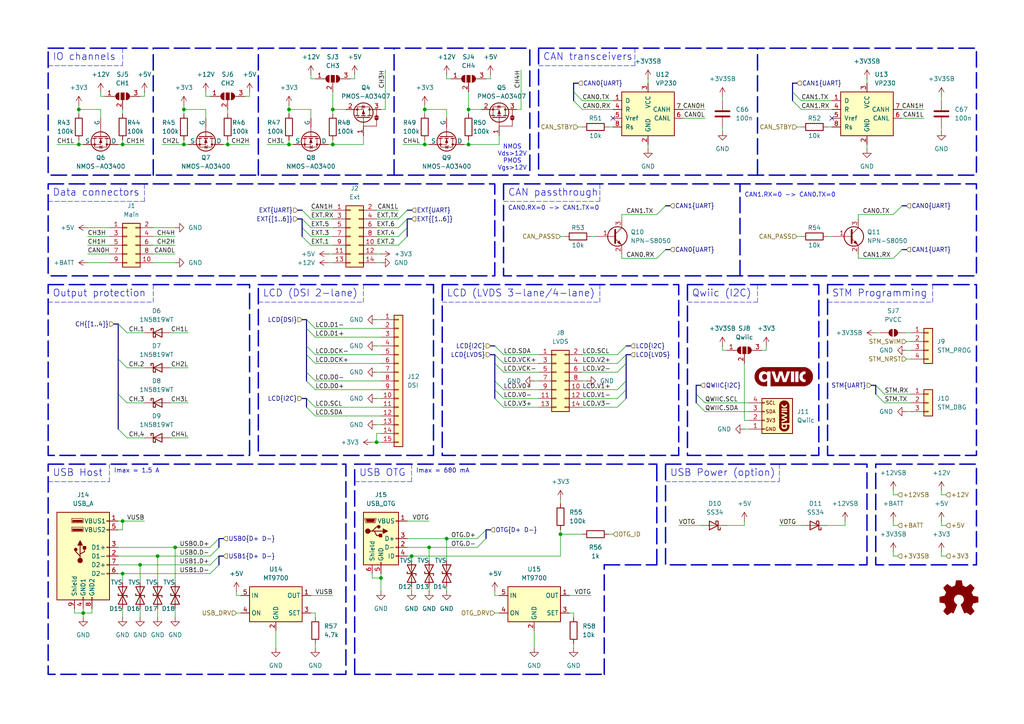
<source format=kicad_sch>
(kicad_sch (version 20231120) (generator "eeschema") (generator_version "8.0")
  (paper "A4")
  (title_block (title "PiVI") (rev "v1.0") (company "kuba2k2"))
  (junction (at 24.13 177.8))
  (junction (at 53.34 41.91))
  (junction (at 123.19 41.91))
  (junction (at 123.19 31.75))
  (junction (at 22.86 41.91))
  (junction (at 124.46 158.75))
  (junction (at 22.86 31.75))
  (junction (at 45.72 161.29))
  (junction (at 109.22 128.27))
  (junction (at 162.56 154.94))
  (junction (at 129.54 156.21))
  (junction (at 40.64 163.83))
  (junction (at 50.8 158.75))
  (junction (at 119.38 161.29))
  (junction (at 66.04 41.91))
  (junction (at 96.52 31.75))
  (junction (at 83.82 31.75))
  (junction (at 35.56 166.37))
  (junction (at 53.34 31.75))
  (junction (at 110.49 167.64))
  (junction (at 83.82 41.91))
  (junction (at 35.56 151.13))
  (junction (at 135.89 31.75))
  (junction (at 135.89 41.91))
  (junction (at 35.56 41.91))
  (junction (at 96.52 41.91))
  (no_connect (at 241.3 34.29))
  (no_connect (at 177.8 34.29))
  (bus_entry (at 181.61 110.49) (size -2.54 2.54))
  (bus_entry (at 166.37 26.67) (size 2.54 2.54))
  (bus_entry (at 87.63 66.04) (size 2.54 2.54))
  (bus_entry (at 261.62 72.39) (size -2.54 2.54))
  (bus_entry (at 140.97 153.67) (size -2.54 2.54))
  (bus_entry (at 88.9 100.33) (size 2.54 2.54))
  (bus_entry (at 229.87 29.21) (size 2.54 2.54))
  (bus_entry (at 87.63 60.96) (size 2.54 2.54))
  (bus_entry (at 143.51 113.03) (size 2.54 2.54))
  (bus_entry (at 193.04 59.69) (size -2.54 2.54))
  (bus_entry (at 181.61 100.33) (size -2.54 2.54))
  (bus_entry (at 118.11 63.5) (size -2.54 2.54))
  (bus_entry (at 166.37 29.21) (size 2.54 2.54))
  (bus_entry (at 143.51 110.49) (size 2.54 2.54))
  (bus_entry (at 181.61 105.41) (size -2.54 2.54))
  (bus_entry (at 140.97 156.21) (size -2.54 2.54))
  (bus_entry (at 201.93 114.3) (size 2.54 2.54))
  (bus_entry (at 88.9 92.71) (size 2.54 2.54))
  (bus_entry (at 181.61 115.57) (size -2.54 2.54))
  (bus_entry (at 34.29 93.98) (size 2.54 2.54))
  (bus_entry (at 143.51 105.41) (size 2.54 2.54))
  (bus_entry (at 261.62 59.69) (size -2.54 2.54))
  (bus_entry (at 34.29 104.14) (size 2.54 2.54))
  (bus_entry (at 34.29 124.46) (size 2.54 2.54))
  (bus_entry (at 181.61 113.03) (size -2.54 2.54))
  (bus_entry (at 88.9 118.11) (size 2.54 2.54))
  (bus_entry (at 63.5 163.83) (size -2.54 2.54))
  (bus_entry (at 88.9 115.57) (size 2.54 2.54))
  (bus_entry (at 63.5 156.21) (size -2.54 2.54))
  (bus_entry (at 118.11 66.04) (size -2.54 2.54))
  (bus_entry (at 143.51 100.33) (size 2.54 2.54))
  (bus_entry (at 87.63 68.58) (size 2.54 2.54))
  (bus_entry (at 254 114.3) (size 2.54 2.54))
  (bus_entry (at 229.87 26.67) (size 2.54 2.54))
  (bus_entry (at 63.5 158.75) (size -2.54 2.54))
  (bus_entry (at 63.5 161.29) (size -2.54 2.54))
  (bus_entry (at 143.51 102.87) (size 2.54 2.54))
  (bus_entry (at 143.51 115.57) (size 2.54 2.54))
  (bus_entry (at 118.11 68.58) (size -2.54 2.54))
  (bus_entry (at 193.04 72.39) (size -2.54 2.54))
  (bus_entry (at 34.29 114.3) (size 2.54 2.54))
  (bus_entry (at 181.61 102.87) (size -2.54 2.54))
  (bus_entry (at 201.93 116.84) (size 2.54 2.54))
  (bus_entry (at 88.9 110.49) (size 2.54 2.54))
  (bus_entry (at 88.9 95.25) (size 2.54 2.54))
  (bus_entry (at 88.9 107.95) (size 2.54 2.54))
  (bus_entry (at 88.9 102.87) (size 2.54 2.54))
  (bus_entry (at 118.11 60.96) (size -2.54 2.54))
  (bus_entry (at 254 111.76) (size 2.54 2.54))
  (bus_entry (at 87.63 63.5) (size 2.54 2.54))
  (wire (pts (xy 91.44 105.41) (xy 110.49 105.41)))
  (wire (pts (xy 45.72 161.29) (xy 60.96 161.29)))
  (wire (pts (xy 102.87 21.59) (xy 102.87 22.86)))
  (wire (pts (xy 129.54 31.75) (xy 129.54 34.29)))
  (bus (pts (xy 143.51 110.49) (xy 143.51 113.03)))
  (wire (pts (xy 22.86 30.48) (xy 22.86 31.75)))
  (bus (pts (xy 229.87 24.13) (xy 229.87 26.67)))
  (wire (pts (xy 168.91 107.95) (xy 179.07 107.95)))
  (wire (pts (xy 21.59 177.8) (xy 24.13 177.8)))
  (wire (pts (xy 25.4 73.66) (xy 31.75 73.66)))
  (wire (pts (xy 168.91 31.75) (xy 177.8 31.75)))
  (bus (pts (xy 88.9 102.87) (xy 88.9 107.95)))
  (wire (pts (xy 118.11 151.13) (xy 124.46 151.13)))
  (wire (pts (xy 91.44 97.79) (xy 110.49 97.79)))
  (wire (pts (xy 187.96 41.91) (xy 187.96 43.18)))
  (wire (pts (xy 90.17 177.8) (xy 91.44 177.8)))
  (wire (pts (xy 53.34 31.75) (xy 59.69 31.75)))
  (polyline (pts (xy 184.15 13.97) (xy 184.15 19.05)) (stroke (width 0.127) (type dash)))
  (bus (pts (xy 181.61 102.87) (xy 181.61 105.41)))
  (wire (pts (xy 273.05 143.51) (xy 274.32 143.51)))
  (wire (pts (xy 90.17 71.12) (xy 96.52 71.12)))
  (wire (pts (xy 91.44 118.11) (xy 110.49 118.11)))
  (wire (pts (xy 34.29 166.37) (xy 35.56 166.37)))
  (wire (pts (xy 119.38 161.29) (xy 119.38 162.56)))
  (wire (pts (xy 90.17 68.58) (xy 96.52 68.58)))
  (wire (pts (xy 54.61 41.91) (xy 53.34 41.91)))
  (wire (pts (xy 35.56 151.13) (xy 41.91 151.13)))
  (wire (pts (xy 262.89 101.6) (xy 264.16 101.6)))
  (bus (pts (xy 181.61 110.49) (xy 181.61 113.03)))
  (bus (pts (xy 252.73 111.76) (xy 254 111.76)))
  (polyline (pts (xy 74.93 87.63) (xy 105.41 87.63)) (stroke (width 0.127) (type dash)))
  (wire (pts (xy 41.91 96.52) (xy 36.83 96.52)))
  (wire (pts (xy 35.56 31.75) (xy 35.56 33.02)))
  (wire (pts (xy 123.19 41.91) (xy 123.19 40.64)))
  (wire (pts (xy 256.54 116.84) (xy 264.16 116.84)))
  (wire (pts (xy 71.12 27.94) (xy 72.39 27.94)))
  (wire (pts (xy 256.54 114.3) (xy 264.16 114.3)))
  (bus (pts (xy 201.93 111.76) (xy 203.2 111.76)))
  (wire (pts (xy 124.46 158.75) (xy 138.43 158.75)))
  (wire (pts (xy 134.62 41.91) (xy 135.89 41.91)))
  (bus (pts (xy 34.29 104.14) (xy 34.29 114.3)))
  (bus (pts (xy 118.11 60.96) (xy 119.38 60.96)))
  (bus (pts (xy 119.38 63.5) (xy 118.11 63.5)))
  (wire (pts (xy 180.34 62.23) (xy 190.5 62.23)))
  (wire (pts (xy 91.44 22.86) (xy 90.17 22.86)))
  (wire (pts (xy 146.05 107.95) (xy 156.21 107.95)))
  (wire (pts (xy 267.97 34.29) (xy 261.62 34.29)))
  (wire (pts (xy 118.11 161.29) (xy 119.38 161.29)))
  (wire (pts (xy 168.91 102.87) (xy 179.07 102.87)))
  (wire (pts (xy 262.89 99.06) (xy 264.16 99.06)))
  (wire (pts (xy 273.05 36.83) (xy 273.05 38.1)))
  (wire (pts (xy 215.9 121.92) (xy 217.17 121.92)))
  (wire (pts (xy 77.47 41.91) (xy 83.82 41.91)))
  (wire (pts (xy 90.17 21.59) (xy 90.17 22.86)))
  (wire (pts (xy 21.59 176.53) (xy 21.59 177.8)))
  (wire (pts (xy 40.64 176.53) (xy 40.64 179.07)))
  (wire (pts (xy 49.53 127) (xy 54.61 127)))
  (bus (pts (xy 88.9 92.71) (xy 88.9 95.25)))
  (polyline (pts (xy 175.26 195.58) (xy 175.26 163.83)) (stroke (width 0.4064) (type dash)))
  (wire (pts (xy 259.08 152.4) (xy 260.35 152.4)))
  (wire (pts (xy 59.69 31.75) (xy 59.69 34.29)))
  (wire (pts (xy 95.25 73.66) (xy 96.52 73.66)))
  (polyline (pts (xy 13.97 139.7) (xy 31.75 139.7)) (stroke (width 0.127) (type dash)))
  (wire (pts (xy 135.89 41.91) (xy 135.89 40.64)))
  (wire (pts (xy 26.67 176.53) (xy 26.67 177.8)))
  (wire (pts (xy 248.92 73.66) (xy 248.92 74.93)))
  (wire (pts (xy 45.72 161.29) (xy 45.72 168.91)))
  (wire (pts (xy 143.51 172.72) (xy 143.51 171.45)))
  (bus (pts (xy 143.51 113.03) (xy 143.51 115.57)))
  (wire (pts (xy 53.34 31.75) (xy 53.34 33.02)))
  (wire (pts (xy 110.49 125.73) (xy 109.22 125.73)))
  (wire (pts (xy 101.6 22.86) (xy 102.87 22.86)))
  (wire (pts (xy 146.05 115.57) (xy 156.21 115.57)))
  (bus (pts (xy 88.9 115.57) (xy 88.9 118.11)))
  (wire (pts (xy 109.22 60.96) (xy 115.57 60.96)))
  (wire (pts (xy 22.86 31.75) (xy 22.86 33.02)))
  (wire (pts (xy 162.56 68.58) (xy 163.83 68.58)))
  (wire (pts (xy 259.08 161.29) (xy 259.08 160.02)))
  (bus (pts (xy 167.64 24.13) (xy 166.37 24.13)))
  (bus (pts (xy 231.14 24.13) (xy 229.87 24.13)))
  (wire (pts (xy 146.05 118.11) (xy 156.21 118.11)))
  (wire (pts (xy 25.4 66.04) (xy 31.75 66.04)))
  (wire (pts (xy 267.97 31.75) (xy 261.62 31.75)))
  (wire (pts (xy 109.22 92.71) (xy 110.49 92.71)))
  (wire (pts (xy 44.45 76.2) (xy 50.8 76.2)))
  (wire (pts (xy 36.83 106.68) (xy 41.91 106.68)))
  (wire (pts (xy 209.55 100.33) (xy 209.55 101.6)))
  (bus (pts (xy 166.37 24.13) (xy 166.37 26.67)))
  (wire (pts (xy 107.95 128.27) (xy 109.22 128.27)))
  (wire (pts (xy 168.91 115.57) (xy 179.07 115.57)))
  (bus (pts (xy 118.11 66.04) (xy 118.11 68.58)))
  (bus (pts (xy 181.61 100.33) (xy 182.88 100.33)))
  (wire (pts (xy 109.22 115.57) (xy 110.49 115.57)))
  (wire (pts (xy 96.52 26.67) (xy 96.52 31.75)))
  (wire (pts (xy 154.94 110.49) (xy 156.21 110.49)))
  (bus (pts (xy 87.63 66.04) (xy 87.63 68.58)))
  (wire (pts (xy 273.05 151.13) (xy 273.05 152.4)))
  (polyline (pts (xy 31.75 134.62) (xy 31.75 139.7)) (stroke (width 0.127) (type dash)))
  (wire (pts (xy 66.04 31.75) (xy 66.04 33.02)))
  (wire (pts (xy 109.22 68.58) (xy 115.57 68.58)))
  (wire (pts (xy 168.91 118.11) (xy 179.07 118.11)))
  (wire (pts (xy 90.17 66.04) (xy 96.52 66.04)))
  (wire (pts (xy 220.98 101.6) (xy 222.25 101.6)))
  (bus (pts (xy 262.89 59.69) (xy 261.62 59.69)))
  (wire (pts (xy 53.34 30.48) (xy 53.34 31.75)))
  (wire (pts (xy 196.85 152.4) (xy 203.2 152.4)))
  (polyline (pts (xy 13.97 87.63) (xy 44.45 87.63)) (stroke (width 0.127) (type dash)))
  (wire (pts (xy 204.47 34.29) (xy 198.12 34.29)))
  (wire (pts (xy 35.56 153.67) (xy 35.56 151.13)))
  (wire (pts (xy 49.53 106.68) (xy 54.61 106.68)))
  (polyline (pts (xy 44.45 82.55) (xy 44.45 87.63)) (stroke (width 0.127) (type dash)))
  (bus (pts (xy 143.51 102.87) (xy 143.51 105.41)))
  (wire (pts (xy 180.34 74.93) (xy 190.5 74.93)))
  (wire (pts (xy 16.51 41.91) (xy 22.86 41.91)))
  (wire (pts (xy 69.85 172.72) (xy 68.58 172.72)))
  (wire (pts (xy 40.64 163.83) (xy 40.64 168.91)))
  (wire (pts (xy 248.92 62.23) (xy 259.08 62.23)))
  (wire (pts (xy 30.48 27.94) (xy 29.21 27.94)))
  (wire (pts (xy 135.89 31.75) (xy 135.89 33.02)))
  (wire (pts (xy 109.22 100.33) (xy 110.49 100.33)))
  (wire (pts (xy 149.86 31.75) (xy 151.13 31.75)))
  (wire (pts (xy 274.32 161.29) (xy 273.05 161.29)))
  (wire (pts (xy 90.17 31.75) (xy 90.17 34.29)))
  (bus (pts (xy 63.5 156.21) (xy 63.5 158.75)))
  (wire (pts (xy 110.49 166.37) (xy 110.49 167.64)))
  (polyline (pts (xy 102.87 134.62) (xy 190.5 134.62)) (stroke (width 0.4064) (type dash)))
  (wire (pts (xy 260.35 161.29) (xy 259.08 161.29)))
  (polyline (pts (xy 119.38 134.62) (xy 119.38 139.7)) (stroke (width 0.127) (type dash)))
  (wire (pts (xy 209.55 36.83) (xy 209.55 38.1)))
  (bus (pts (xy 142.24 102.87) (xy 143.51 102.87)))
  (wire (pts (xy 144.78 39.37) (xy 144.78 41.91)))
  (polyline (pts (xy 41.91 53.34) (xy 41.91 58.42)) (stroke (width 0.127) (type dash)))
  (wire (pts (xy 96.52 31.75) (xy 100.33 31.75)))
  (wire (pts (xy 35.56 41.91) (xy 41.91 41.91)))
  (wire (pts (xy 45.72 176.53) (xy 45.72 179.07)))
  (wire (pts (xy 24.13 177.8) (xy 24.13 179.07)))
  (wire (pts (xy 109.22 76.2) (xy 110.49 76.2)))
  (wire (pts (xy 210.82 152.4) (xy 215.9 152.4)))
  (wire (pts (xy 96.52 41.91) (xy 96.52 40.64)))
  (wire (pts (xy 109.22 123.19) (xy 110.49 123.19)))
  (wire (pts (xy 171.45 68.58) (xy 172.72 68.58)))
  (wire (pts (xy 34.29 151.13) (xy 35.56 151.13)))
  (polyline (pts (xy 44.45 50.8) (xy 44.45 13.97)) (stroke (width 0.4064) (type dash)))
  (bus (pts (xy 181.61 113.03) (xy 181.61 115.57)))
  (bus (pts (xy 118.11 63.5) (xy 118.11 66.04)))
  (wire (pts (xy 109.22 128.27) (xy 110.49 128.27)))
  (wire (pts (xy 129.54 21.59) (xy 129.54 22.86)))
  (wire (pts (xy 210.82 101.6) (xy 209.55 101.6)))
  (wire (pts (xy 177.8 154.94) (xy 176.53 154.94)))
  (wire (pts (xy 35.56 41.91) (xy 35.56 40.64)))
  (wire (pts (xy 96.52 31.75) (xy 96.52 33.02)))
  (wire (pts (xy 68.58 172.72) (xy 68.58 171.45)))
  (polyline (pts (xy 219.71 50.8) (xy 219.71 13.97)) (stroke (width 0.4064) (type dash)))
  (wire (pts (xy 245.11 151.13) (xy 245.11 152.4)))
  (wire (pts (xy 107.95 167.64) (xy 110.49 167.64)))
  (wire (pts (xy 165.1 177.8) (xy 166.37 177.8)))
  (wire (pts (xy 91.44 177.8) (xy 91.44 179.07)))
  (wire (pts (xy 91.44 120.65) (xy 110.49 120.65)))
  (polyline (pts (xy 193.04 139.7) (xy 226.06 139.7)) (stroke (width 0.127) (type dash)))
  (wire (pts (xy 232.41 31.75) (xy 241.3 31.75)))
  (wire (pts (xy 46.99 41.91) (xy 53.34 41.91)))
  (polyline (pts (xy 105.41 82.55) (xy 105.41 87.63)) (stroke (width 0.127) (type dash)))
  (wire (pts (xy 49.53 96.52) (xy 54.61 96.52)))
  (bus (pts (xy 87.63 115.57) (xy 88.9 115.57)))
  (wire (pts (xy 142.24 21.59) (xy 142.24 22.86)))
  (wire (pts (xy 24.13 177.8) (xy 26.67 177.8)))
  (polyline (pts (xy 219.71 82.55) (xy 219.71 87.63)) (stroke (width 0.127) (type dash)))
  (bus (pts (xy 33.02 93.98) (xy 34.29 93.98)))
  (polyline (pts (xy 35.56 13.97) (xy 35.56 19.05)) (stroke (width 0.127) (type dash)))
  (wire (pts (xy 140.97 22.86) (xy 142.24 22.86)))
  (wire (pts (xy 259.08 143.51) (xy 260.35 143.51)))
  (bus (pts (xy 86.36 63.5) (xy 87.63 63.5)))
  (wire (pts (xy 240.03 68.58) (xy 241.3 68.58)))
  (bus (pts (xy 64.77 156.21) (xy 63.5 156.21)))
  (wire (pts (xy 83.82 30.48) (xy 83.82 31.75)))
  (wire (pts (xy 95.25 41.91) (xy 96.52 41.91)))
  (wire (pts (xy 180.34 73.66) (xy 180.34 74.93)))
  (wire (pts (xy 91.44 113.03) (xy 110.49 113.03)))
  (wire (pts (xy 167.64 36.83) (xy 168.91 36.83)))
  (wire (pts (xy 40.64 27.94) (xy 41.91 27.94)))
  (wire (pts (xy 240.03 152.4) (xy 245.11 152.4)))
  (bus (pts (xy 181.61 105.41) (xy 181.61 110.49)))
  (wire (pts (xy 24.13 41.91) (xy 22.86 41.91)))
  (wire (pts (xy 123.19 31.75) (xy 129.54 31.75)))
  (polyline (pts (xy 190.5 163.83) (xy 190.5 134.62)) (stroke (width 0.4064) (type dash)))
  (bus (pts (xy 201.93 111.76) (xy 201.93 114.3)))
  (bus (pts (xy 34.29 114.3) (xy 34.29 124.46)))
  (wire (pts (xy 151.13 31.75) (xy 151.13 20.32)))
  (bus (pts (xy 254 111.76) (xy 254 114.3)))
  (polyline (pts (xy 114.3 50.8) (xy 114.3 13.97)) (stroke (width 0.4064) (type dash)))
  (bus (pts (xy 229.87 26.67) (xy 229.87 29.21)))
  (bus (pts (xy 64.77 161.29) (xy 63.5 161.29)))
  (bus (pts (xy 34.29 93.98) (xy 34.29 104.14)))
  (wire (pts (xy 222.25 100.33) (xy 222.25 101.6)))
  (wire (pts (xy 204.47 119.38) (xy 217.17 119.38)))
  (wire (pts (xy 248.92 74.93) (xy 259.08 74.93)))
  (wire (pts (xy 110.49 31.75) (xy 111.76 31.75)))
  (wire (pts (xy 123.19 31.75) (xy 123.19 33.02)))
  (wire (pts (xy 35.56 176.53) (xy 35.56 179.07)))
  (polyline (pts (xy 74.93 50.8) (xy 74.93 13.97)) (stroke (width 0.4064) (type dash)))
  (wire (pts (xy 204.47 116.84) (xy 217.17 116.84)))
  (wire (pts (xy 130.81 22.86) (xy 129.54 22.86)))
  (polyline (pts (xy 13.97 58.42) (xy 41.91 58.42)) (stroke (width 0.127) (type dash)))
  (wire (pts (xy 83.82 31.75) (xy 83.82 33.02)))
  (polyline (pts (xy 226.06 134.62) (xy 226.06 139.7)) (stroke (width 0.127) (type dash)))
  (wire (pts (xy 29.21 31.75) (xy 29.21 34.29)))
  (wire (pts (xy 49.53 116.84) (xy 54.61 116.84)))
  (polyline (pts (xy 173.99 82.55) (xy 173.99 87.63)) (stroke (width 0.127) (type dash)))
  (wire (pts (xy 34.29 153.67) (xy 35.56 153.67)))
  (wire (pts (xy 80.01 182.88) (xy 80.01 187.96)))
  (wire (pts (xy 166.37 177.8) (xy 166.37 179.07)))
  (wire (pts (xy 109.22 107.95) (xy 110.49 107.95)))
  (wire (pts (xy 146.05 113.03) (xy 156.21 113.03)))
  (wire (pts (xy 91.44 95.25) (xy 110.49 95.25)))
  (wire (pts (xy 135.89 41.91) (xy 144.78 41.91)))
  (wire (pts (xy 41.91 127) (xy 36.83 127)))
  (wire (pts (xy 165.1 172.72) (xy 171.45 172.72)))
  (wire (pts (xy 41.91 26.67) (xy 41.91 27.94)))
  (wire (pts (xy 109.22 125.73) (xy 109.22 128.27)))
  (wire (pts (xy 168.91 110.49) (xy 170.18 110.49)))
  (wire (pts (xy 105.41 39.37) (xy 105.41 41.91)))
  (bus (pts (xy 166.37 26.67) (xy 166.37 29.21)))
  (bus (pts (xy 201.93 116.84) (xy 201.93 114.3)))
  (wire (pts (xy 231.14 68.58) (xy 232.41 68.58)))
  (wire (pts (xy 91.44 186.69) (xy 91.44 187.96)))
  (wire (pts (xy 91.44 102.87) (xy 110.49 102.87)))
  (wire (pts (xy 118.11 158.75) (xy 124.46 158.75)))
  (wire (pts (xy 96.52 41.91) (xy 105.41 41.91)))
  (polyline (pts (xy 199.39 87.63) (xy 219.71 87.63)) (stroke (width 0.127) (type dash)))
  (wire (pts (xy 90.17 172.72) (xy 96.52 172.72)))
  (wire (pts (xy 215.9 152.4) (xy 215.9 151.13)))
  (wire (pts (xy 129.54 156.21) (xy 129.54 162.56)))
  (wire (pts (xy 231.14 36.83) (xy 232.41 36.83)))
  (polyline (pts (xy 156.21 19.05) (xy 184.15 19.05)) (stroke (width 0.127) (type dash)))
  (wire (pts (xy 59.69 26.67) (xy 59.69 27.94)))
  (wire (pts (xy 83.82 41.91) (xy 83.82 40.64)))
  (bus (pts (xy 261.62 72.39) (xy 262.89 72.39)))
  (wire (pts (xy 109.22 66.04) (xy 115.57 66.04)))
  (wire (pts (xy 41.91 116.84) (xy 36.83 116.84)))
  (bus (pts (xy 87.63 63.5) (xy 87.63 66.04)))
  (polyline (pts (xy 102.87 195.58) (xy 102.87 134.62)) (stroke (width 0.4064) (type dash)))
  (wire (pts (xy 146.05 105.41) (xy 156.21 105.41)))
  (bus (pts (xy 142.24 153.67) (xy 140.97 153.67)))
  (wire (pts (xy 66.04 41.91) (xy 72.39 41.91)))
  (wire (pts (xy 25.4 76.2) (xy 31.75 76.2)))
  (wire (pts (xy 109.22 63.5) (xy 115.57 63.5)))
  (wire (pts (xy 50.8 158.75) (xy 60.96 158.75)))
  (wire (pts (xy 124.46 41.91) (xy 123.19 41.91)))
  (wire (pts (xy 24.13 176.53) (xy 24.13 177.8)))
  (wire (pts (xy 119.38 161.29) (xy 162.56 161.29)))
  (wire (pts (xy 162.56 154.94) (xy 162.56 153.67)))
  (wire (pts (xy 116.84 41.91) (xy 123.19 41.91)))
  (wire (pts (xy 68.58 177.8) (xy 69.85 177.8)))
  (wire (pts (xy 273.05 152.4) (xy 274.32 152.4)))
  (wire (pts (xy 119.38 170.18) (xy 119.38 171.45)))
  (wire (pts (xy 162.56 161.29) (xy 162.56 154.94)))
  (wire (pts (xy 176.53 36.83) (xy 177.8 36.83)))
  (wire (pts (xy 60.96 27.94) (xy 59.69 27.94)))
  (wire (pts (xy 35.56 166.37) (xy 35.56 168.91)))
  (wire (pts (xy 64.77 41.91) (xy 66.04 41.91)))
  (wire (pts (xy 118.11 156.21) (xy 129.54 156.21)))
  (wire (pts (xy 50.8 176.53) (xy 50.8 179.07)))
  (bus (pts (xy 142.24 100.33) (xy 143.51 100.33)))
  (wire (pts (xy 129.54 170.18) (xy 129.54 171.45)))
  (wire (pts (xy 143.51 177.8) (xy 144.78 177.8)))
  (wire (pts (xy 34.29 161.29) (xy 45.72 161.29)))
  (wire (pts (xy 273.05 27.94) (xy 273.05 29.21)))
  (wire (pts (xy 85.09 41.91) (xy 83.82 41.91)))
  (bus (pts (xy 194.31 59.69) (xy 193.04 59.69)))
  (wire (pts (xy 232.41 29.21) (xy 241.3 29.21)))
  (wire (pts (xy 144.78 172.72) (xy 143.51 172.72)))
  (wire (pts (xy 168.91 113.03) (xy 179.07 113.03)))
  (wire (pts (xy 25.4 71.12) (xy 31.75 71.12)))
  (polyline (pts (xy 13.97 19.05) (xy 35.56 19.05)) (stroke (width 0.127) (type dash)))
  (wire (pts (xy 180.34 62.23) (xy 180.34 63.5)))
  (wire (pts (xy 53.34 41.91) (xy 53.34 40.64)))
  (wire (pts (xy 107.95 166.37) (xy 107.95 167.64)))
  (polyline (pts (xy 173.99 53.34) (xy 173.99 58.42)) (stroke (width 0.127) (type dash)))
  (bus (pts (xy 193.04 72.39) (xy 194.31 72.39)))
  (wire (pts (xy 95.25 76.2) (xy 96.52 76.2)))
  (polyline (pts (xy 146.05 58.42) (xy 173.99 58.42)) (stroke (width 0.127) (type dash)))
  (wire (pts (xy 25.4 68.58) (xy 31.75 68.58)))
  (wire (pts (xy 34.29 158.75) (xy 50.8 158.75)))
  (wire (pts (xy 90.17 60.96) (xy 96.52 60.96)))
  (bus (pts (xy 140.97 153.67) (xy 140.97 156.21)))
  (wire (pts (xy 129.54 156.21) (xy 138.43 156.21)))
  (polyline (pts (xy 214.63 80.01) (xy 214.63 53.34)) (stroke (width 0.4064) (type dash)))
  (bus (pts (xy 87.63 92.71) (xy 88.9 92.71)))
  (wire (pts (xy 259.08 142.24) (xy 259.08 143.51)))
  (wire (pts (xy 226.06 152.4) (xy 232.41 152.4)))
  (wire (pts (xy 40.64 163.83) (xy 60.96 163.83)))
  (wire (pts (xy 66.04 41.91) (xy 66.04 40.64)))
  (wire (pts (xy 110.49 167.64) (xy 110.49 171.45)))
  (wire (pts (xy 204.47 31.75) (xy 198.12 31.75)))
  (wire (pts (xy 111.76 20.32) (xy 111.76 31.75)))
  (wire (pts (xy 262.89 96.52) (xy 264.16 96.52)))
  (wire (pts (xy 91.44 110.49) (xy 110.49 110.49)))
  (wire (pts (xy 44.45 66.04) (xy 50.8 66.04)))
  (wire (pts (xy 109.22 71.12) (xy 115.57 71.12)))
  (wire (pts (xy 83.82 31.75) (xy 90.17 31.75)))
  (wire (pts (xy 273.05 161.29) (xy 273.05 160.02)))
  (bus (pts (xy 88.9 100.33) (xy 88.9 102.87)))
  (wire (pts (xy 262.89 104.14) (xy 264.16 104.14)))
  (polyline (pts (xy 128.27 87.63) (xy 173.99 87.63)) (stroke (width 0.127) (type dash)))
  (wire (pts (xy 124.46 170.18) (xy 124.46 171.45)))
  (wire (pts (xy 168.91 105.41) (xy 179.07 105.41)))
  (wire (pts (xy 72.39 26.67) (xy 72.39 27.94)))
  (wire (pts (xy 35.56 166.37) (xy 60.96 166.37)))
  (polyline (pts (xy 102.87 139.7) (xy 119.38 139.7)) (stroke (width 0.127) (type dash)))
  (bus (pts (xy 88.9 95.25) (xy 88.9 100.33)))
  (wire (pts (xy 215.9 124.46) (xy 217.17 124.46)))
  (wire (pts (xy 209.55 27.94) (xy 209.55 29.21)))
  (wire (pts (xy 44.45 68.58) (xy 50.8 68.58)))
  (wire (pts (xy 240.03 36.83) (xy 241.3 36.83)))
  (wire (pts (xy 162.56 154.94) (xy 168.91 154.94)))
  (wire (pts (xy 124.46 158.75) (xy 124.46 162.56)))
  (wire (pts (xy 34.29 163.83) (xy 40.64 163.83)))
  (wire (pts (xy 166.37 186.69) (xy 166.37 187.96)))
  (wire (pts (xy 215.9 105.41) (xy 215.9 121.92)))
  (wire (pts (xy 29.21 26.67) (xy 29.21 27.94)))
  (wire (pts (xy 90.17 63.5) (xy 96.52 63.5)))
  (wire (pts (xy 135.89 31.75) (xy 139.7 31.75)))
  (bus (pts (xy 88.9 107.95) (xy 88.9 110.49)))
  (wire (pts (xy 251.46 22.86) (xy 251.46 24.13)))
  (wire (pts (xy 187.96 22.86) (xy 187.96 24.13)))
  (bus (pts (xy 63.5 161.29) (xy 63.5 163.83)))
  (bus (pts (xy 143.51 105.41) (xy 143.51 110.49)))
  (bus (pts (xy 86.36 60.96) (xy 87.63 60.96)))
  (polyline (pts (xy 270.51 82.55) (xy 270.51 87.63)) (stroke (width 0.127) (type dash)))
  (wire (pts (xy 50.8 158.75) (xy 50.8 168.91)))
  (polyline (pts (xy 240.03 87.63) (xy 270.51 87.63)) (stroke (width 0.127) (type dash)))
  (wire (pts (xy 273.05 142.24) (xy 273.05 143.51)))
  (wire (pts (xy 44.45 71.12) (xy 50.8 71.12)))
  (wire (pts (xy 259.08 151.13) (xy 259.08 152.4)))
  (wire (pts (xy 262.89 119.38) (xy 264.16 119.38)))
  (bus (pts (xy 182.88 102.87) (xy 181.61 102.87)))
  (polyline (pts (xy 102.87 195.58) (xy 175.26 195.58)) (stroke (width 0.4064) (type dash)))
  (wire (pts (xy 251.46 41.91) (xy 251.46 43.18)))
  (wire (pts (xy 146.05 102.87) (xy 156.21 102.87)))
  (wire (pts (xy 254 96.52) (xy 255.27 96.52)))
  (wire (pts (xy 22.86 41.91) (xy 22.86 40.64)))
  (wire (pts (xy 109.22 73.66) (xy 110.49 73.66)))
  (wire (pts (xy 44.45 73.66) (xy 50.8 73.66)))
  (wire (pts (xy 248.92 62.23) (xy 248.92 63.5)))
  (wire (pts (xy 162.56 144.78) (xy 162.56 146.05)))
  (wire (pts (xy 34.29 41.91) (xy 35.56 41.91)))
  (wire (pts (xy 123.19 30.48) (xy 123.19 31.75)))
  (wire (pts (xy 168.91 29.21) (xy 177.8 29.21)))
  (wire (pts (xy 135.89 26.67) (xy 135.89 31.75)))
  (wire (pts (xy 22.86 31.75) (xy 29.21 31.75)))
  (polyline (pts (xy 175.26 163.83) (xy 190.5 163.83)) (stroke (width 0.4064) (type dash)))
  (wire (pts (xy 154.94 182.88) (xy 154.94 187.96)))
  (rectangle (start 156.21 13.97) (end 283.21 50.8) (stroke (width 0.4064) (type dash)))
  (rectangle (start 128.27 82.55) (end 196.85 132.08) (stroke (width 0.4064) (type dash)))
  (rectangle (start 240.03 82.55) (end 283.21 132.08) (stroke (width 0.4064) (type dash)))
  (rectangle (start 193.04 134.62) (end 251.46 163.83) (stroke (width 0.4064) (type dash)))
  (rectangle (start 13.97 134.62) (end 100.33 195.58) (stroke (width 0.4064) (type dash)))
  (rectangle (start 74.93 82.55) (end 125.73 132.08) (stroke (width 0.4064) (type dash)))
  (rectangle (start 199.39 82.55) (end 237.49 132.08) (stroke (width 0.4064) (type dash)))
  (rectangle (start 254 134.62) (end 283.21 163.83) (stroke (width 0.4064) (type dash)))
  (rectangle (start 146.05 53.34) (end 283.21 80.01) (stroke (width 0.4064) (type dash)))
  (rectangle (start 13.97 13.97) (end 153.67 50.8) (stroke (width 0.4064) (type dash)))
  (rectangle (start 13.97 82.55) (end 72.39 132.08) (stroke (width 0.4064) (type dash)))
  (rectangle (start 13.97 53.34) (end 143.51 80.01) (stroke (width 0.4064) (type dash)))
  (text "USB Host" (at 15.24 138.43 0) (effects (font (size 2.032 2.032)) (justify left bottom)))
  (text "Imax = 680 mA" (at 120.65 135.89 0) (effects (font (size 1.27 1.27)) (justify left top)))
  (text "LCD (LVDS 3-lane/4-lane)" (at 129.54 86.36 0) (effects (font (size 2.032 2.032)) (justify left bottom)))
  (text "CAN transceivers" (at 157.48 17.78 0) (effects (font (size 2.032 2.032)) (justify left bottom)))
  (text "Data connectors" (at 15.24 57.15 0) (effects (font (size 2.032 2.032)) (justify left bottom)))
  (text "USB OTG" (at 104.14 138.43 0) (effects (font (size 2.032 2.032)) (justify left bottom)))
  (text "CAN1.RX=0 -> CAN0.TX=0" (at 215.9 55.88 0) (effects (font (size 1.27 1.27)) (justify left top)))
  (text "Imax = 1.5 A" (at 33.02 135.89 0) (effects (font (size 1.27 1.27)) (justify left top)))
  (text "LCD (DSI 2-lane)" (at 76.2 86.36 0) (effects (font (size 2.032 2.032)) (justify left bottom)))
  (text "STM Programming" (at 241.3 86.36 0) (effects (font (size 2.032 2.032)) (justify left bottom)))
  (text "Output protection" (at 15.24 86.36 0) (effects (font (size 2.032 2.032)) (justify left bottom)))
  (text "IO channels" (at 15.24 17.78 0) (effects (font (size 2.032 2.032)) (justify left bottom)))
  (text "NMOS\nVds>12V\nPMOS\nVgs>12V" (at 148.59 45.72 0) (effects (font (size 1.27 1.27))))
  (text "CAN passthrough" (at 147.32 57.15 0) (effects (font (size 2.032 2.032)) (justify left bottom)))
  (text "Qwiic (I2C)" (at 200.66 86.36 0) (effects (font (size 2.032 2.032)) (justify left bottom)))
  (text "CAN0.RX=0 -> CAN1.TX=0" (at 147.32 59.69 0) (effects (font (size 1.27 1.27)) (justify left top)))
  (text "USB Power (option)" (at 194.31 138.43 0) (effects (font (size 2.032 2.032)) (justify left bottom)))
  (label "CAN0L" (at 204.47 34.29 180))
  (label "LCD.VCK+" (at 146.05 105.41 0))
  (label "CH.2" (at 41.91 106.68 180))
  (label "CH2H" (at 50.8 71.12 180))
  (label "CAN1.RX" (at 250.19 74.93 0))
  (label "VUSB" (at 41.91 151.13 180))
  (label "LCD.D1+" (at 91.44 97.79 0))
  (label "LCD.V2-" (at 168.91 107.95 0))
  (label "CH3L" (at 54.61 116.84 180))
  (label "QWIIC.SCL" (at 204.47 116.84 0))
  (label "VOTG" (at 226.06 152.4 0))
  (label "CH2H" (at 72.39 41.91 180))
  (label "EXT.4" (at 109.22 68.58 0))
  (label "OTG.D-" (at 130.81 158.75 0))
  (label "USB0.D-" (at 52.07 161.29 0))
  (label "VUSB" (at 96.52 172.72 180))
  (label "LCD.DCK-" (at 91.44 102.87 0))
  (label "USB1.D-" (at 52.07 166.37 0))
  (label "VOTG" (at 171.45 172.72 180))
  (label "CH4H" (at 151.13 20.32 270))
  (label "CH1H" (at 25.4 71.12 0))
  (label "EXT.2" (at 109.22 71.12 0))
  (label "CH1L" (at 16.51 41.91 0))
  (label "CAN1L" (at 267.97 34.29 180))
  (label "STM.TX" (at 256.54 116.84 0))
  (label "CAN1H" (at 90.17 60.96 0))
  (label "CH.4" (at 41.91 127 180))
  (label "LCD.SCL" (at 91.44 118.11 0))
  (label "CAN0H" (at 204.47 31.75 180))
  (label "CAN0.TX" (at 168.91 29.21 0))
  (label "LCD.VCK-" (at 146.05 107.95 0))
  (label "VOTG" (at 196.85 152.4 0))
  (label "LCD.SDA" (at 91.44 120.65 0))
  (label "CH.1" (at 41.91 96.52 180))
  (label "CAN1.RX" (at 232.41 31.75 0))
  (label "EXT.1" (at 90.17 71.12 0))
  (label "CAN0H" (at 25.4 73.66 0))
  (label "LCD.V2+" (at 168.91 105.41 0))
  (label "EXT.6" (at 109.22 66.04 0))
  (label "CAN0.RX" (at 168.91 31.75 0))
  (label "USB1.D+" (at 52.07 163.83 0))
  (label "CAN1.TX" (at 232.41 29.21 0))
  (label "LCD.D0-" (at 91.44 110.49 0))
  (label "CH4H" (at 50.8 68.58 180))
  (label "CAN0L" (at 50.8 73.66 180))
  (label "CH4L" (at 54.61 127 180))
  (label "CH1H" (at 41.91 41.91 180))
  (label "LCD.V1+" (at 168.91 113.03 0))
  (label "EXT.TX" (at 109.22 63.5 0))
  (label "CH1L" (at 54.61 96.52 180))
  (label "CH.3" (at 41.91 116.84 180))
  (label "CAN0.RX" (at 181.61 74.93 0))
  (label "CAN0.TX" (at 250.19 62.23 0))
  (label "CH3H" (at 25.4 68.58 0))
  (label "LCD.D0+" (at 91.44 113.03 0))
  (label "CH3L" (at 77.47 41.91 0))
  (label "USB0.D+" (at 52.07 158.75 0))
  (label "EXT.5" (at 90.17 66.04 0))
  (label "CH2L" (at 46.99 41.91 0))
  (label "VOTG" (at 124.46 151.13 180))
  (label "OTG.D+" (at 130.81 156.21 0))
  (label "CAN1L" (at 115.57 60.96 180))
  (label "EXT.RX" (at 90.17 63.5 0))
  (label "LCD.V3-" (at 168.91 118.11 0))
  (label "CAN1H" (at 267.97 31.75 180))
  (label "STM.RX" (at 256.54 114.3 0))
  (label "CAN1.TX" (at 181.61 62.23 0))
  (label "LCD.D1-" (at 91.44 95.25 0))
  (label "LCD.SCL" (at 168.91 102.87 0))
  (label "LCD.DCK+" (at 91.44 105.41 0))
  (label "CH2L" (at 54.61 106.68 180))
  (label "LCD.V1-" (at 168.91 115.57 0))
  (label "LCD.V0+" (at 146.05 113.03 0))
  (label "LCD.SDA" (at 146.05 102.87 0))
  (label "LCD.V3+" (at 146.05 118.11 0))
  (label "LCD.V0-" (at 146.05 115.57 0))
  (label "CH4L" (at 116.84 41.91 0))
  (label "CH3H" (at 111.76 20.32 270))
  (label "EXT.3" (at 90.17 68.58 0))
  (label "QWIIC.SDA" (at 204.47 119.38 0))
  (hierarchical_label "CAN_STBY" (shape input) (at 167.64 36.83 180))
  (hierarchical_label "OTG_DRV" (shape input) (at 143.51 177.8 180))
  (hierarchical_label "EXT{UART}" (shape input) (at 119.38 60.96 0))
  (hierarchical_label "+3V3" (shape input) (at 274.32 161.29 0))
  (hierarchical_label "USB_DRV" (shape input) (at 68.58 177.8 180))
  (hierarchical_label "QWIIC{I2C}" (shape input) (at 203.2 111.76 0))
  (hierarchical_label "LCD{I2C}" (shape input) (at 142.24 100.33 180))
  (hierarchical_label "STM{UART}" (shape input) (at 252.73 111.76 180))
  (hierarchical_label "CAN_STBY" (shape input) (at 231.14 36.83 180))
  (hierarchical_label "STM_SWIM" (shape input) (at 262.89 99.06 180))
  (hierarchical_label "+5V" (shape input) (at 274.32 152.4 0))
  (hierarchical_label "CAN0{UART}" (shape input) (at 262.89 59.69 0))
  (hierarchical_label "CH{[1..4]}" (shape input) (at 33.02 93.98 180))
  (hierarchical_label "CAN_PASS" (shape input) (at 231.14 68.58 180))
  (hierarchical_label "LCD{I2C}" (shape input) (at 182.88 100.33 0))
  (hierarchical_label "LCD{I2C}" (shape input) (at 87.63 115.57 180))
  (hierarchical_label "OTG{D+ D-}" (shape input) (at 142.24 153.67 0))
  (hierarchical_label "CAN1{UART}" (shape input) (at 194.31 59.69 0))
  (hierarchical_label "+BATT" (shape input) (at 260.35 152.4 0))
  (hierarchical_label "+12VSB" (shape input) (at 260.35 143.51 0))
  (hierarchical_label "+12V" (shape input) (at 274.32 143.51 0))
  (hierarchical_label "CAN0{UART}" (shape input) (at 167.64 24.13 0))
  (hierarchical_label "LCD{DSI}" (shape input) (at 87.63 92.71 180))
  (hierarchical_label "EXT{UART}" (shape input) (at 86.36 60.96 180))
  (hierarchical_label "USB0{D+ D-}" (shape input) (at 64.77 156.21 0))
  (hierarchical_label "CAN1{UART}" (shape input) (at 231.14 24.13 0))
  (hierarchical_label "CAN_PASS" (shape input) (at 162.56 68.58 180))
  (hierarchical_label "CAN0{UART}" (shape input) (at 194.31 72.39 0))
  (hierarchical_label "EXT{[1..6]}" (shape input) (at 86.36 63.5 180))
  (hierarchical_label "+3V3SB" (shape input) (at 260.35 161.29 0))
  (hierarchical_label "OTG_ID" (shape input) (at 177.8 154.94 0))
  (hierarchical_label "USB1{D+ D-}" (shape input) (at 64.77 161.29 0))
  (hierarchical_label "LCD{LVDS}" (shape input) (at 182.88 102.87 0))
  (hierarchical_label "CAN1{UART}" (shape input) (at 262.89 72.39 0))
  (hierarchical_label "EXT{[1..6]}" (shape input) (at 119.38 63.5 0))
  (hierarchical_label "STM_NRST" (shape input) (at 262.89 104.14 180))
  (hierarchical_label "LCD{LVDS}" (shape input) (at 142.24 102.87 180))
  (symbol (lib_name "Q_NMOS_GSD_2") (lib_id "Device:Q_NMOS_GSD") (at 29.21 39.37 270) (unit 1)
    (property "Reference" "Q6" (at 29.21 45.72 90))
    (property "Value" "NMOS-AO3400" (at 29.21 48.26 90))
    (property "Footprint" "Package_TO_SOT_SMD:SOT-23" (effects (hide yes)))
    (property "Description" "N-MOSFET transistor, gate/source/drain" (effects (hide yes)))
    (property "Var" "IO MainExt(+!) MainOnly(+!) No(-!)" (effects (hide yes)))
    (property "MPN" "C20628874" (effects (hide yes)))
  )
  (symbol (lib_id "power:+12V") (at 29.21 26.67 0) (unit 1)
    (property "Reference" "#PWR0214" (effects (hide yes)))
    (property "Value" "+12V" (at 29.21 21.59 0))
    (property "Description" "Power symbol creates a global label with name \"+12V\"" (effects (hide yes)))
  )
  (symbol (lib_id "power:GND") (at 110.49 76.2 90) (unit 1)
    (property "Reference" "#PWR0235" (effects (hide yes)))
    (property "Value" "GND" (at 114.3 76.1999 90) (effects (justify right)))
    (property "Description" "Power symbol creates a global label with name \"GND\" , ground" (effects (hide yes)))
  )
  (symbol (lib_id "power:GND") (at 80.01 187.96 0) (unit 1)
    (property "Reference" "#PWR0270" (effects (hide yes)))
    (property "Value" "GND" (at 80.01 193.04 0))
    (property "Description" "Power symbol creates a global label with name \"GND\" , ground" (effects (hide yes)))
  )
  (symbol (lib_id "power:+5V") (at 95.25 73.66 90) (unit 1)
    (property "Reference" "#PWR0230" (effects (hide yes)))
    (property "Value" "+5V" (at 91.44 73.6599 90) (effects (justify left)))
    (property "Description" "Power symbol creates a global label with name \"+5V\"" (effects (hide yes)))
  )
  (symbol (lib_id "kuba2k2:Q_PMOS_GSD_GDPASS") (at 105.41 34.29 270) (mirror x) (unit 1)
    (property "Reference" "Q4" (at 106.1085 25.4 90))
    (property "Value" "PMOS-AO3407" (at 106.1085 27.94 90))
    (property "Footprint" "kuba2k2:SOT-23-GDPASS" (effects (hide yes)))
    (property "Description" "P-MOSFET transistor, gate/source/drain" (effects (hide yes)))
    (property "Var" "IO MainExt(+!) MainOnly(+!) No(-!)" (effects (hide yes)))
    (property "MPN" "C347478" (effects (hide yes)))
  )
  (symbol (lib_id "Jumper:SolderJumper_3_Open") (at 135.89 22.86 0) (unit 1) (exclude_from_sim yes) (in_bom no)
    (property "Reference" "SJ4" (at 135.89 16.51 0))
    (property "Value" "CH4" (at 135.89 19.05 0))
    (property "Footprint" "SparkFun-Jumper:Jumper_3_NO" (effects (hide yes)))
    (property "Description" "Solder Jumper, 3-pole, open" (effects (hide yes)))
    (property "Var" "IO MainExt(+f) MainOnly(+f) No(-f)" (effects (hide yes)))
    (property "MPN" "N/A" (effects (hide yes)))
  )
  (symbol (lib_id "power:+3V3") (at 273.05 160.02 0) (unit 1)
    (property "Reference" "#PWR0258" (effects (hide yes)))
    (property "Value" "+3V3" (at 273.05 154.94 0))
    (property "Description" "Power symbol creates a global label with name \"+3V3\"" (effects (hide yes)))
  )
  (symbol (lib_id "Graphic:Logo_Open_Hardware_Small") (at 278.13 173.99 0) (unit 1) (exclude_from_sim yes) (in_bom no) (on_board no)
    (property "Reference" "#SYM3" (effects (hide yes)))
    (property "Value" "Logo_Open_Hardware_Small" (effects (hide yes)))
    (property "Description" "Open Hardware logo, small" (effects (hide yes)))
  )
  (symbol (lib_id "Device:C") (at 209.55 33.02 0) (unit 1)
    (property "Reference" "C66" (at 213.36 31.7499 0) (effects (justify left)))
    (property "Value" "100n" (at 213.36 34.2899 0) (effects (justify left)))
    (property "Footprint" "Capacitor_SMD:C_0603_1608Metric" (effects (hide yes)))
    (property "Description" "Unpolarized capacitor" (effects (hide yes)))
    (property "Var" "CAN Yes(+!) No(-!)" (effects (hide yes)))
    (property "MPN" "C14663" (effects (hide yes)))
  )
  (symbol (lib_id "kuba2k2:+3V3SB") (at 273.05 27.94 0) (unit 1)
    (property "Reference" "#PWR0219" (effects (hide yes)))
    (property "Value" "+3V3SB" (at 273.05 22.86 0))
    (property "Description" "Power symbol creates a global label with name \"+3V3SB\"" (effects (hide yes)))
  )
  (symbol (lib_id "Device:D_Schottky") (at 45.72 96.52 0) (unit 1)
    (property "Reference" "D6" (at 45.4025 90.17 0))
    (property "Value" "1N5819WT" (at 45.4025 92.71 0))
    (property "Footprint" "Diode_SMD:D_SOD-523" (effects (hide yes)))
    (property "Description" "Schottky diode" (effects (hide yes)))
    (property "Var" "IO MainExt(+!) MainOnly(+!) No(-!)" (effects (hide yes)))
    (property "MPN" "C5451630" (effects (hide yes)))
  )
  (symbol (lib_id "Connector_Generic:Conn_02x07_Odd_Even") (at 161.29 110.49 0) (unit 1)
    (property "Reference" "J8" (at 162.56 96.52 0))
    (property "Value" "LVDS" (at 162.56 99.06 0))
    (property "Footprint" "Connector_PinHeader_2.54mm:PinHeader_2x07_P2.54mm_Vertical" (effects (hide yes)))
    (property "Description" "Generic connector, double row, 02x07, odd/even pin numbering scheme (row 1 odd numbers, row 2 even numbers), script generated (kicad-library-utils/schlib/autogen/connector/)" (effects (hide yes)))
    (property "Var" "Display LVDS(+!) Both(+!) No(-!) *(-!)" (effects (hide yes)))
    (property "MPN" "C19190512/C19190511" (effects (hide yes)))
  )
  (symbol (lib_name "Q_NMOS_GSD_1") (lib_id "Device:Q_NMOS_GSD") (at 129.54 39.37 270) (unit 1)
    (property "Reference" "Q9" (at 129.54 45.72 90))
    (property "Value" "NMOS-AO3400" (at 129.54 48.26 90))
    (property "Footprint" "Package_TO_SOT_SMD:SOT-23" (effects (hide yes)))
    (property "Description" "N-MOSFET transistor, gate/source/drain" (effects (hide yes)))
    (property "Var" "IO MainExt(+!) MainOnly(+!) No(-!)" (effects (hide yes)))
    (property "MPN" "C20628874" (effects (hide yes)))
  )
  (symbol (lib_id "power:+3V3") (at 110.49 73.66 270) (unit 1)
    (property "Reference" "#PWR0231" (effects (hide yes)))
    (property "Value" "+3V3" (at 114.3 73.6599 90) (effects (justify left)))
    (property "Description" "Power symbol creates a global label with name \"+3V3\"" (effects (hide yes)))
  )
  (symbol (lib_id "power:+3V3") (at 83.82 30.48 0) (unit 1)
    (property "Reference" "#PWR0222" (effects (hide yes)))
    (property "Value" "+3V3" (at 83.82 25.4 0))
    (property "Description" "Power symbol creates a global label with name \"+3V3\"" (effects (hide yes)))
  )
  (symbol (lib_id "power:GND") (at 109.22 92.71 270) (unit 1)
    (property "Reference" "#PWR0236" (effects (hide yes)))
    (property "Value" "GND" (at 105.41 92.7099 90) (effects (justify right)))
    (property "Description" "Power symbol creates a global label with name \"GND\" , ground" (effects (hide yes)))
  )
  (symbol (lib_id "power:+BATT") (at 259.08 151.13 0) (unit 1)
    (property "Reference" "#PWR0255" (effects (hide yes)))
    (property "Value" "+BATT" (at 259.08 146.05 0))
    (property "Description" "Power symbol creates a global label with name \"+BATT\"" (effects (hide yes)))
  )
  (symbol (lib_id "power:+5V") (at 273.05 151.13 0) (unit 1)
    (property "Reference" "#PWR0256" (effects (hide yes)))
    (property "Value" "+5V" (at 273.05 146.05 0))
    (property "Description" "Power symbol creates a global label with name \"+5V\"" (effects (hide yes)))
  )
  (symbol (lib_id "power:GND") (at 109.22 100.33 270) (unit 1)
    (property "Reference" "#PWR0238" (effects (hide yes)))
    (property "Value" "GND" (at 105.41 100.3299 90) (effects (justify right)))
    (property "Description" "Power symbol creates a global label with name \"GND\" , ground" (effects (hide yes)))
  )
  (symbol (lib_id "power:GND") (at 124.46 171.45 0) (unit 1)
    (property "Reference" "#PWR0262" (effects (hide yes)))
    (property "Value" "GND" (at 124.46 176.53 0))
    (property "Description" "Power symbol creates a global label with name \"GND\" , ground" (effects (hide yes)))
  )
  (symbol (lib_id "kuba2k2:+12VSB") (at 259.08 142.24 0) (unit 1)
    (property "Reference" "#PWR0250" (effects (hide yes)))
    (property "Value" "+12VSB" (at 259.08 137.16 0))
    (property "Description" "Power symbol creates a global label with name \"+12VSB\"" (effects (hide yes)))
  )
  (symbol (lib_id "Device:D_Schottky") (at 236.22 152.4 180) (unit 1)
    (property "Reference" "D11" (at 236.5375 146.05 0))
    (property "Value" "SS34" (at 236.5375 148.59 0))
    (property "Footprint" "Diode_SMD:D_SMA" (effects (hide yes)))
    (property "Description" "Schottky diode" (effects (hide yes)))
    (property "Var" "Power USB(+!) 12VOTG(+!) *(-!)" (effects (hide yes)))
    (property "MPN" "C2836396" (effects (hide yes)))
  )
  (symbol (lib_id "power:+5V") (at 41.91 26.67 0) (unit 1)
    (property "Reference" "#PWR0215" (effects (hide yes)))
    (property "Value" "+5V" (at 41.91 21.59 0))
    (property "Description" "Power symbol creates a global label with name \"+5V\"" (effects (hide yes)))
  )
  (symbol (lib_id "power:GND") (at 166.37 187.96 0) (unit 1)
    (property "Reference" "#PWR0273" (effects (hide yes)))
    (property "Value" "GND" (at 166.37 193.04 0))
    (property "Description" "Power symbol creates a global label with name \"GND\" , ground" (effects (hide yes)))
  )
  (symbol (lib_id "Device:R") (at 35.56 36.83 180) (unit 1)
    (property "Reference" "R44" (at 36.83 35.5599 0) (effects (justify right)))
    (property "Value" "100k" (at 36.83 38.0999 0) (effects (justify right)))
    (property "Footprint" "Resistor_SMD:R_0603_1608Metric" (effects (hide yes)))
    (property "Description" "Resistor" (effects (hide yes)))
    (property "Var" "IO MainExt(+!) MainOnly(+!) No(-!)" (effects (hide yes)))
    (property "MPN" "C2907088" (effects (hide yes)))
  )
  (symbol (lib_id "power:GND") (at 119.38 171.45 0) (unit 1)
    (property "Reference" "#PWR0261" (effects (hide yes)))
    (property "Value" "GND" (at 119.38 176.53 0))
    (property "Description" "Power symbol creates a global label with name \"GND\" , ground" (effects (hide yes)))
  )
  (symbol (lib_id "power:+5V") (at 215.9 151.13 0) (unit 1)
    (property "Reference" "#PWR0253" (effects (hide yes)))
    (property "Value" "+5V" (at 215.9 146.05 0))
    (property "Description" "Power symbol creates a global label with name \"+5V\"" (effects (hide yes)))
  )
  (symbol (lib_id "Device:R") (at 66.04 36.83 180) (unit 1)
    (property "Reference" "R46" (at 67.31 35.5599 0) (effects (justify right)))
    (property "Value" "100k" (at 67.31 38.0999 0) (effects (justify right)))
    (property "Footprint" "Resistor_SMD:R_0603_1608Metric" (effects (hide yes)))
    (property "Description" "Resistor" (effects (hide yes)))
    (property "Var" "IO MainExt(+!) MainOnly(+!) No(-!)" (effects (hide yes)))
    (property "MPN" "C2907088" (effects (hide yes)))
  )
  (symbol (lib_id "Device:R") (at 172.72 36.83 270) (unit 1)
    (property "Reference" "R51" (at 172.72 34.29 90))
    (property "Value" "10k" (at 172.72 39.37 90))
    (property "Footprint" "Resistor_SMD:R_0603_1608Metric" (effects (hide yes)))
    (property "Description" "Resistor" (effects (hide yes)))
    (property "Var" "CAN Yes(+!) No(-!)" (effects (hide yes)))
    (property "MPN" "C2930027" (effects (hide yes)))
  )
  (symbol (lib_id "Device:R") (at 236.22 68.58 270) (unit 1)
    (property "Reference" "R54" (at 236.22 66.04 90))
    (property "Value" "10k" (at 236.22 71.12 90))
    (property "Footprint" "Resistor_SMD:R_0603_1608Metric" (effects (hide yes)))
    (property "Description" "Resistor" (effects (hide yes)))
    (property "Var" "CAN Yes(+!) No(-!)" (effects (hide yes)))
    (property "MPN" "C2930027" (effects (hide yes)))
  )
  (symbol (lib_name "Q_NMOS_GSD_3") (lib_id "Device:Q_NMOS_GSD") (at 90.17 39.37 270) (unit 1)
    (property "Reference" "Q8" (at 90.17 45.72 90))
    (property "Value" "NMOS-AO3400" (at 90.17 48.26 90))
    (property "Footprint" "Package_TO_SOT_SMD:SOT-23" (effects (hide yes)))
    (property "Description" "N-MOSFET transistor, gate/source/drain" (effects (hide yes)))
    (property "Var" "IO MainExt(+!) MainOnly(+!) No(-!)" (effects (hide yes)))
    (property "MPN" "C20628874" (effects (hide yes)))
  )
  (symbol (lib_id "power:GND") (at 24.13 179.07 0) (unit 1)
    (property "Reference" "#PWR0265" (effects (hide yes)))
    (property "Value" "GND" (at 24.13 184.15 0))
    (property "Description" "Power symbol creates a global label with name \"GND\" , ground" (effects (hide yes)))
  )
  (symbol (lib_id "Jumper:SolderJumper_3_Open") (at 66.04 27.94 0) (unit 1) (exclude_from_sim yes) (in_bom no)
    (property "Reference" "SJ6" (at 66.04 21.59 0))
    (property "Value" "CH2" (at 66.04 24.13 0))
    (property "Footprint" "SparkFun-Jumper:Jumper_3_NO" (effects (hide yes)))
    (property "Description" "Solder Jumper, 3-pole, open" (effects (hide yes)))
    (property "Var" "IO MainExt(+f) MainOnly(+f) No(-f)" (effects (hide yes)))
    (property "MPN" "N/A" (effects (hide yes)))
  )
  (symbol (lib_id "power:GND") (at 154.94 110.49 270) (unit 1)
    (property "Reference" "#PWR0243" (effects (hide yes)))
    (property "Value" "GND" (at 151.13 110.4899 90) (effects (justify right)))
    (property "Description" "Power symbol creates a global label with name \"GND\" , ground" (effects (hide yes)))
  )
  (symbol (lib_id "Connector_Generic:Conn_01x04") (at 269.24 99.06 0) (unit 1)
    (property "Reference" "J9" (at 271.78 99.0599 0) (effects (justify left)))
    (property "Value" "STM_PROG" (at 271.78 101.5999 0) (effects (justify left)))
    (property "Footprint" "Connector_PinHeader_2.54mm:PinHeader_1x04_P2.54mm_Vertical" (effects (hide yes)))
    (property "Description" "Generic connector, single row, 01x04, script generated (kicad-library-utils/schlib/autogen/connector/)" (effects (hide yes)))
    (property "MPN" "C2337" (effects (hide yes)))
  )
  (symbol (lib_id "Device:R") (at 22.86 36.83 180) (unit 1)
    (property "Reference" "R43" (at 16.51 35.5599 0) (effects (justify right)))
    (property "Value" "100k" (at 16.51 38.0999 0) (effects (justify right)))
    (property "Footprint" "Resistor_SMD:R_0603_1608Metric" (effects (hide yes)))
    (property "Description" "Resistor" (effects (hide yes)))
    (property "Var" "IO MainExt(+!) MainOnly(+!) No(-!)" (effects (hide yes)))
    (property "MPN" "C2907088" (effects (hide yes)))
  )
  (symbol (lib_id "power:GND") (at 154.94 187.96 0) (unit 1)
    (property "Reference" "#PWR0272" (effects (hide yes)))
    (property "Value" "GND" (at 154.94 193.04 0))
    (property "Description" "Power symbol creates a global label with name \"GND\" , ground" (effects (hide yes)))
  )
  (symbol (lib_id "kuba2k2:+3V3SB") (at 187.96 22.86 0) (unit 1)
    (property "Reference" "#PWR0212" (effects (hide yes)))
    (property "Value" "+3V3SB" (at 187.96 17.78 0))
    (property "Description" "Power symbol creates a global label with name \"+3V3SB\"" (effects (hide yes)))
  )
  (symbol (lib_id "power:+5V") (at 72.39 26.67 0) (unit 1)
    (property "Reference" "#PWR0217" (effects (hide yes)))
    (property "Value" "+5V" (at 72.39 21.59 0))
    (property "Description" "Power symbol creates a global label with name \"+5V\"" (effects (hide yes)))
  )
  (symbol (lib_id "kuba2k2:+12VSB") (at 245.11 151.13 0) (unit 1)
    (property "Reference" "#PWR0254" (effects (hide yes)))
    (property "Value" "+12VSB" (at 245.11 146.05 0))
    (property "Description" "Power symbol creates a global label with name \"+12VSB\"" (effects (hide yes)))
  )
  (symbol (lib_id "power:GND") (at 251.46 43.18 0) (unit 1)
    (property "Reference" "#PWR0227" (effects (hide yes)))
    (property "Value" "GND" (at 251.46 48.26 0))
    (property "Description" "Power symbol creates a global label with name \"GND\" , ground" (effects (hide yes)))
  )
  (symbol (lib_id "Device:D_Schottky") (at 45.72 127 0) (unit 1)
    (property "Reference" "D9" (at 45.4025 120.65 0))
    (property "Value" "1N5819WT" (at 45.4025 123.19 0))
    (property "Footprint" "Diode_SMD:D_SOD-523" (effects (hide yes)))
    (property "Description" "Schottky diode" (effects (hide yes)))
    (property "Var" "IO MainExt(+!) MainOnly(+!) No(-!)" (effects (hide yes)))
    (property "MPN" "C5451630" (effects (hide yes)))
  )
  (symbol (lib_id "Jumper:SolderJumper_3_Open") (at 215.9 101.6 0) (unit 1) (exclude_from_sim yes) (in_bom no)
    (property "Reference" "SJ8" (at 215.9 95.25 0))
    (property "Value" "Qwiic" (at 215.9 97.79 0))
    (property "Footprint" "SparkFun-Jumper:Jumper_3_NO" (effects (hide yes)))
    (property "Description" "Solder Jumper, 3-pole, open" (effects (hide yes)))
    (property "Var" "Qwiic Yes(+f) No(-f)" (effects (hide yes)))
    (property "MPN" "N/A" (effects (hide yes)))
  )
  (symbol (lib_id "power:GND") (at 50.8 66.04 90) (unit 1)
    (property "Reference" "#PWR0229" (effects (hide yes)))
    (property "Value" "GND" (at 54.61 66.0399 90) (effects (justify right)))
    (property "Description" "Power symbol creates a global label with name \"GND\" , ground" (effects (hide yes)))
  )
  (symbol (lib_id "Device:D_TVS") (at 35.56 172.72 270) (unit 1)
    (property "Reference" "D15" (at 35.56 176.5301 90) (effects (justify right)))
    (property "Value" "TVS" (at 35.56 168.9101 90) (effects (justify right)))
    (property "Footprint" "Diode_SMD:D_SOD-523" (effects (hide yes)))
    (property "Description" "Bidirectional transient-voltage-suppression diode" (effects (hide yes)))
    (property "MPN" "C3008120" (effects (hide yes)))
  )
  (symbol (lib_id "Device:D_Schottky") (at 207.01 152.4 180) (unit 1)
    (property "Reference" "D10" (at 207.3275 146.05 0))
    (property "Value" "SS34" (at 207.3275 148.59 0))
    (property "Footprint" "Diode_SMD:D_SMA" (effects (hide yes)))
    (property "Description" "Schottky diode" (effects (hide yes)))
    (property "Var" "Power USB(+!) 12VOTG(+!) *(-!)" (effects (hide yes)))
    (property "MPN" "C2836396" (effects (hide yes)))
  )
  (symbol (lib_id "kuba2k2:Q_PMOS_GSD_GDPASS") (at 144.78 34.29 270) (mirror x) (unit 1)
    (property "Reference" "Q5" (at 145.4785 25.4 90))
    (property "Value" "PMOS-AO3407" (at 145.4785 27.94 90))
    (property "Footprint" "kuba2k2:SOT-23-GDPASS" (effects (hide yes)))
    (property "Description" "P-MOSFET transistor, gate/source/drain" (effects (hide yes)))
    (property "Var" "IO MainExt(+!) MainOnly(+!) No(-!)" (effects (hide yes)))
    (property "MPN" "C347478" (effects (hide yes)))
  )
  (symbol (lib_id "Device:C") (at 273.05 33.02 0) (unit 1)
    (property "Reference" "C67" (at 276.86 31.7499 0) (effects (justify left)))
    (property "Value" "100n" (at 276.86 34.2899 0) (effects (justify left)))
    (property "Footprint" "Capacitor_SMD:C_0603_1608Metric" (effects (hide yes)))
    (property "Description" "Unpolarized capacitor" (effects (hide yes)))
    (property "Var" "CAN Yes(+!) No(-!)" (effects (hide yes)))
    (property "MPN" "C14663" (effects (hide yes)))
  )
  (symbol (lib_id "Device:R") (at 96.52 36.83 180) (unit 1)
    (property "Reference" "R48" (at 97.79 35.5599 0) (effects (justify right)))
    (property "Value" "100k" (at 97.79 38.0999 0) (effects (justify right)))
    (property "Footprint" "Resistor_SMD:R_0603_1608Metric" (effects (hide yes)))
    (property "Description" "Resistor" (effects (hide yes)))
    (property "Var" "IO MainExt(+!) MainOnly(+!) No(-!)" (effects (hide yes)))
    (property "MPN" "C2907088" (effects (hide yes)))
  )
  (symbol (lib_id "kuba2k2:+3V3SB") (at 209.55 100.33 0) (unit 1)
    (property "Reference" "#PWR0239" (effects (hide yes)))
    (property "Value" "+3V3SB" (at 209.55 95.25 0))
    (property "Description" "Power symbol creates a global label with name \"+3V3SB\"" (effects (hide yes)))
  )
  (symbol (lib_id "power:GND") (at 109.22 123.19 270) (unit 1)
    (property "Reference" "#PWR0247" (effects (hide yes)))
    (property "Value" "GND" (at 105.41 123.1899 90) (effects (justify right)))
    (property "Description" "Power symbol creates a global label with name \"GND\" , ground" (effects (hide yes)))
  )
  (symbol (lib_id "Device:D_TVS") (at 45.72 172.72 270) (unit 1)
    (property "Reference" "D17" (at 45.72 176.5301 90) (effects (justify right)))
    (property "Value" "TVS" (at 45.72 168.9101 90) (effects (justify right)))
    (property "Footprint" "Diode_SMD:D_SOD-523" (effects (hide yes)))
    (property "Description" "Bidirectional transient-voltage-suppression diode" (effects (hide yes)))
    (property "MPN" "C3008120" (effects (hide yes)))
  )
  (symbol (lib_id "power:GND") (at 273.05 38.1 0) (unit 1)
    (property "Reference" "#PWR0225" (effects (hide yes)))
    (property "Value" "GND" (at 273.05 43.18 0))
    (property "Description" "Power symbol creates a global label with name \"GND\" , ground" (effects (hide yes)))
  )
  (symbol (lib_id "power:+3V3") (at 22.86 30.48 0) (unit 1)
    (property "Reference" "#PWR0220" (effects (hide yes)))
    (property "Value" "+3V3" (at 22.86 25.4 0))
    (property "Description" "Power symbol creates a global label with name \"+3V3\"" (effects (hide yes)))
  )
  (symbol (lib_id "Device:R") (at 135.89 36.83 180) (unit 1)
    (property "Reference" "R50" (at 137.16 35.5599 0) (effects (justify right)))
    (property "Value" "100k" (at 137.16 38.0999 0) (effects (justify right)))
    (property "Footprint" "Resistor_SMD:R_0603_1608Metric" (effects (hide yes)))
    (property "Description" "Resistor" (effects (hide yes)))
    (property "Var" "IO MainExt(+!) MainOnly(+!) No(-!)" (effects (hide yes)))
    (property "MPN" "C2907088" (effects (hide yes)))
  )
  (symbol (lib_id "power:+3V3") (at 222.25 100.33 0) (unit 1)
    (property "Reference" "#PWR0240" (effects (hide yes)))
    (property "Value" "+3V3" (at 222.25 95.25 0))
    (property "Description" "Power symbol creates a global label with name \"+3V3\"" (effects (hide yes)))
  )
  (symbol (lib_id "Connector_Generic:Conn_01x15") (at 115.57 110.49 0) (unit 1)
    (property "Reference" "J12" (at 118.11 109.2199 0) (effects (justify left)))
    (property "Value" "DSI" (at 118.11 111.7599 0) (effects (justify left)))
    (property "Footprint" "kuba2k2:TE-1-1734248-5" (effects (hide yes)))
    (property "Description" "Generic connector, single row, 01x15, script generated (kicad-library-utils/schlib/autogen/connector/)" (effects (hide yes)))
    (property "Var" "Display DSI(+!) Both(+!) No(-!) *(-!)" (effects (hide yes)))
    (property "MPN" "C2922285" (effects (hide yes)))
  )
  (symbol (lib_id "power:GND") (at 129.54 171.45 0) (unit 1)
    (property "Reference" "#PWR0263" (effects (hide yes)))
    (property "Value" "GND" (at 129.54 176.53 0))
    (property "Description" "Power symbol creates a global label with name \"GND\" , ground" (effects (hide yes)))
  )
  (symbol (lib_id "kuba2k2:+3V3SB") (at 254 96.52 90) (unit 1)
    (property "Reference" "#PWR0237" (effects (hide yes)))
    (property "Value" "+3V3SB" (at 250.19 96.5199 90) (effects (justify left)))
    (property "Description" "Power symbol creates a global label with name \"+3V3SB\"" (effects (hide yes)))
  )
  (symbol (lib_id "kuba2k2:+3V3SB") (at 251.46 22.86 0) (unit 1)
    (property "Reference" "#PWR0213" (effects (hide yes)))
    (property "Value" "+3V3SB" (at 251.46 17.78 0))
    (property "Description" "Power symbol creates a global label with name \"+3V3SB\"" (effects (hide yes)))
  )
  (symbol (lib_id "Device:R") (at 236.22 36.83 270) (unit 1)
    (property "Reference" "R52" (at 236.22 34.29 90))
    (property "Value" "10k" (at 236.22 39.37 90))
    (property "Footprint" "Resistor_SMD:R_0603_1608Metric" (effects (hide yes)))
    (property "Description" "Resistor" (effects (hide yes)))
    (property "Var" "CAN Yes(+!) No(-!)" (effects (hide yes)))
    (property "MPN" "C2930027" (effects (hide yes)))
  )
  (symbol (lib_id "power:+12V") (at 129.54 21.59 0) (unit 1)
    (property "Reference" "#PWR0210" (effects (hide yes)))
    (property "Value" "+12V" (at 129.54 16.51 0))
    (property "Description" "Power symbol creates a global label with name \"+12V\"" (effects (hide yes)))
  )
  (symbol (lib_id "kuba2k2:+3V3SB") (at 259.08 160.02 0) (unit 1)
    (property "Reference" "#PWR0257" (effects (hide yes)))
    (property "Value" "+3V3SB" (at 259.08 154.94 0))
    (property "Description" "Power symbol creates a global label with name \"+3V3SB\"" (effects (hide yes)))
  )
  (symbol (lib_id "Device:R") (at 91.44 182.88 180) (unit 1)
    (property "Reference" "R57" (at 93.98 181.6099 0) (effects (justify right)))
    (property "Value" "4.7k" (at 93.98 184.1499 0) (effects (justify right)))
    (property "Footprint" "Resistor_SMD:R_0603_1608Metric" (effects (hide yes)))
    (property "Description" "Resistor" (effects (hide yes)))
    (property "MPN" "C2907166" (effects (hide yes)))
  )
  (symbol (lib_id "Device:R") (at 162.56 149.86 0) (unit 1)
    (property "Reference" "R55" (at 165.1 148.5899 0) (effects (justify left)))
    (property "Value" "100k" (at 165.1 151.1299 0) (effects (justify left)))
    (property "Footprint" "Resistor_SMD:R_0603_1608Metric" (effects (hide yes)))
    (property "Description" "Resistor" (effects (hide yes)))
    (property "Var" "Power USB(+!) 12VOTG(+!) *(-!)" (effects (hide yes)))
    (property "MPN" "C2907088" (effects (hide yes)))
  )
  (symbol (lib_id "Connector_Generic:Conn_02x05_Odd_Even") (at 36.83 71.12 0) (unit 1)
    (property "Reference" "J1" (at 38.1 59.69 0))
    (property "Value" "Main" (at 38.1 62.23 0))
    (property "Footprint" "Connector_PinHeader_2.54mm:PinHeader_2x05_P2.54mm_Vertical" (effects (hide yes)))
    (property "Description" "Generic connector, double row, 02x05, odd/even pin numbering scheme (row 1 odd numbers, row 2 even numbers), script generated (kicad-library-utils/schlib/autogen/connector/)" (effects (hide yes)))
    (property "Var" "IO MainExt(+!) MainOnly(+!) No(-!)" (effects (hide yes)))
    (property "MPN" "C19190512/C19190511" (effects (hide yes)))
  )
  (symbol (lib_id "power:GND") (at 91.44 187.96 0) (unit 1)
    (property "Reference" "#PWR0271" (effects (hide yes)))
    (property "Value" "GND" (at 91.44 193.04 0))
    (property "Description" "Power symbol creates a global label with name \"GND\" , ground" (effects (hide yes)))
  )
  (symbol (lib_id "power:+3V3") (at 107.95 128.27 90) (unit 1)
    (property "Reference" "#PWR0249" (effects (hide yes)))
    (property "Value" "+3V3" (at 104.14 128.2699 90) (effects (justify left)))
    (property "Description" "Power symbol creates a global label with name \"+3V3\"" (effects (hide yes)))
  )
  (symbol (lib_id "Power_Management:AAT4610BIGV-1-T1") (at 154.94 175.26 0) (unit 1)
    (property "Reference" "U15" (at 154.94 165.1 0))
    (property "Value" "MT9700" (at 154.94 167.64 0))
    (property "Footprint" "Package_TO_SOT_SMD:SOT-23-5" (effects (hide yes)))
    (property "Datasheet" "http://www.skyworksinc.com/uploads/documents/201937A.pdf" (effects (hide yes)))
    (property "Description" "Current Limited Load Switch, SOT-23-5" (effects (hide yes)))
    (property "Var" "Power 12VOTG(+!) *(-!)" (effects (hide yes)))
    (property "MPN" "C89855" (effects (hide yes)))
  )
  (symbol (lib_id "Device:D_TVS") (at 129.54 166.37 270) (unit 1)
    (property "Reference" "D14" (at 129.54 170.1801 90) (effects (justify right)))
    (property "Value" "TVS" (at 129.54 162.5601 90) (effects (justify right)))
    (property "Footprint" "Diode_SMD:D_SOD-523" (effects (hide yes)))
    (property "Description" "Bidirectional transient-voltage-suppression diode" (effects (hide yes)))
    (property "Var" "Power USB(+!) 12VOTG(+!) *(-!)" (effects (hide yes)))
    (property "MPN" "C3008120" (effects (hide yes)))
  )
  (symbol (lib_id "Connector_Generic:Conn_02x07_Odd_Even") (at 101.6 68.58 0) (unit 1)
    (property "Reference" "J2" (at 102.87 54.61 0))
    (property "Value" "Ext" (at 102.87 57.15 0))
    (property "Footprint" "Connector_PinHeader_2.54mm:PinHeader_2x07_P2.54mm_Vertical" (effects (hide yes)))
    (property "Description" "Generic connector, double row, 02x07, odd/even pin numbering scheme (row 1 odd numbers, row 2 even numbers), script generated (kicad-library-utils/schlib/autogen/connector/)" (effects (hide yes)))
    (property "Var" "IO MainExt(+!) MainOnly(-!) No(-!)" (effects (hide yes)))
    (property "MPN" "C19190512/C19190511" (effects (hide yes)))
  )
  (symbol (lib_id "power:GND") (at 262.89 119.38 270) (unit 1)
    (property "Reference" "#PWR0246" (effects (hide yes)))
    (property "Value" "GND" (at 259.08 119.3799 90) (effects (justify right)))
    (property "Description" "Power symbol creates a global label with name \"GND\" , ground" (effects (hide yes)))
  )
  (symbol (lib_id "Device:D_TVS") (at 119.38 166.37 270) (unit 1)
    (property "Reference" "D12" (at 119.38 170.1801 90) (effects (justify right)))
    (property "Value" "TVS" (at 119.38 162.5601 90) (effects (justify right)))
    (property "Footprint" "Diode_SMD:D_SOD-523" (effects (hide yes)))
    (property "Description" "Bidirectional transient-voltage-suppression diode" (effects (hide yes)))
    (property "Var" "Power USB(+!) 12VOTG(+!) *(-!)" (effects (hide yes)))
    (property "MPN" "C3008120" (effects (hide yes)))
  )
  (symbol (lib_id "power:+12V") (at 273.05 142.24 0) (unit 1)
    (property "Reference" "#PWR0251" (effects (hide yes)))
    (property "Value" "+12V" (at 273.05 137.16 0))
    (property "Description" "Power symbol creates a global label with name \"+12V\"" (effects (hide yes)))
  )
  (symbol (lib_id "power:+BATT") (at 25.4 76.2 90) (unit 1)
    (property "Reference" "#PWR0232" (effects (hide yes)))
    (property "Value" "+BATT" (at 21.59 76.1999 90) (effects (justify left)))
    (property "Description" "Power symbol creates a global label with name \"+BATT\"" (effects (hide yes)))
  )
  (symbol (lib_id "power:+3V3") (at 53.34 30.48 0) (unit 1)
    (property "Reference" "#PWR0221" (effects (hide yes)))
    (property "Value" "+3V3" (at 53.34 25.4 0))
    (property "Description" "Power symbol creates a global label with name \"+3V3\"" (effects (hide yes)))
  )
  (symbol (lib_id "Connector_Generic:Conn_01x03") (at 269.24 116.84 0) (unit 1)
    (property "Reference" "J10" (at 271.78 115.5699 0) (effects (justify left)))
    (property "Value" "STM_DBG" (at 271.78 118.1099 0) (effects (justify left)))
    (property "Footprint" "Connector_PinHeader_2.54mm:PinHeader_1x03_P2.54mm_Vertical" (effects (hide yes)))
    (property "Description" "Generic connector, single row, 01x03, script generated (kicad-library-utils/schlib/autogen/connector/)" (effects (hide yes)))
    (property "MPN" "C2337" (effects (hide yes)))
  )
  (symbol (lib_id "Device:D_Schottky") (at 45.72 106.68 0) (unit 1)
    (property "Reference" "D7" (at 45.4025 100.33 0))
    (property "Value" "1N5819WT" (at 45.4025 102.87 0))
    (property "Footprint" "Diode_SMD:D_SOD-523" (effects (hide yes)))
    (property "Description" "Schottky diode" (effects (hide yes)))
    (property "Var" "IO MainExt(+!) MainOnly(+!) No(-!)" (effects (hide yes)))
    (property "MPN" "C5451630" (effects (hide yes)))
  )
  (symbol (lib_id "power:GND") (at 109.22 107.95 270) (unit 1)
    (property "Reference" "#PWR0242" (effects (hide yes)))
    (property "Value" "GND" (at 105.41 107.9499 90) (effects (justify right)))
    (property "Description" "Power symbol creates a global label with name \"GND\" , ground" (effects (hide yes)))
  )
  (symbol (lib_id "Device:D_TVS") (at 40.64 172.72 270) (unit 1)
    (property "Reference" "D16" (at 40.64 176.5301 90) (effects (justify right)))
    (property "Value" "TVS" (at 40.64 168.9101 90) (effects (justify right)))
    (property "Footprint" "Diode_SMD:D_SOD-523" (effects (hide yes)))
    (property "Description" "Bidirectional transient-voltage-suppression diode" (effects (hide yes)))
    (property "MPN" "C3008120" (effects (hide yes)))
  )
  (symbol (lib_id "Interface_CAN_LIN:SN65HVD230") (at 251.46 31.75 0) (unit 1)
    (property "Reference" "U13" (at 253.6541 21.59 0) (effects (justify left)))
    (property "Value" "VP230" (at 253.6541 24.13 0) (effects (justify left)))
    (property "Footprint" "Package_SO:SOIC-8_3.9x4.9mm_P1.27mm" (effects (hide yes)))
    (property "Datasheet" "http://www.ti.com/lit/ds/symlink/sn65hvd230.pdf" (effects (hide yes)))
    (property "Description" "CAN Bus Transceivers, 3.3V, 1Mbps, Low-Power capabilities, SOIC-8" (effects (hide yes)))
    (property "Var" "CAN Yes(+!) No(-!)" (effects (hide yes)))
    (property "MPN" "C12084" (effects (hide yes)))
  )
  (symbol (lib_id "power:GND") (at 170.18 110.49 90) (unit 1)
    (property "Reference" "#PWR0244" (effects (hide yes)))
    (property "Value" "GND" (at 173.99 110.4899 90) (effects (justify right)))
    (property "Description" "Power symbol creates a global label with name \"GND\" , ground" (effects (hide yes)))
  )
  (symbol (lib_id "power:GND") (at 40.64 179.07 0) (unit 1)
    (property "Reference" "#PWR0267" (effects (hide yes)))
    (property "Value" "GND" (at 40.64 184.15 0))
    (property "Description" "Power symbol creates a global label with name \"GND\" , ground" (effects (hide yes)))
  )
  (symbol (lib_id "SparkFun-Connector:Qwiic_Vertical") (at 222.25 119.38 0) (unit 1)
    (property "Reference" "J11" (at 231.14 119.3799 0) (effects (justify left)))
    (property "Value" "Qwiic" (at 231.14 121.9199 0) (effects (justify left)))
    (property "Footprint" "SparkFun-Connector:JST_SMD_1.0mm-4_Vertical" (effects (hide yes)))
    (property "Datasheet" "https://www.jst-mfg.com/product/pdf/eng/eSH.pdf" (effects (hide yes)))
    (property "Description" "4 pin JST 1mm polarized connector for I2C" (effects (hide yes)))
    (property "Var" "Qwiic Yes(+!) No(-!)" (effects (hide yes)))
    (property "MPN" "C160390" (effects (hide yes)))
  )
  (symbol (lib_id "power:+12V") (at 90.17 21.59 0) (unit 1)
    (property "Reference" "#PWR0208" (effects (hide yes)))
    (property "Value" "+12V" (at 90.17 16.51 0))
    (property "Description" "Power symbol creates a global label with name \"+12V\"" (effects (hide yes)))
  )
  (symbol (lib_id "Interface_CAN_LIN:SN65HVD230") (at 187.96 31.75 0) (unit 1)
    (property "Reference" "U12" (at 190.1541 21.59 0) (effects (justify left)))
    (property "Value" "VP230" (at 190.1541 24.13 0) (effects (justify left)))
    (property "Footprint" "Package_SO:SOIC-8_3.9x4.9mm_P1.27mm" (effects (hide yes)))
    (property "Datasheet" "http://www.ti.com/lit/ds/symlink/sn65hvd230.pdf" (effects (hide yes)))
    (property "Description" "CAN Bus Transceivers, 3.3V, 1Mbps, Low-Power capabilities, SOIC-8" (effects (hide yes)))
    (property "Var" "CAN Yes(+!) No(-!)" (effects (hide yes)))
    (property "MPN" "C12084" (effects (hide yes)))
  )
  (symbol (lib_id "power:+5V") (at 68.58 171.45 0) (unit 1)
    (property "Reference" "#PWR0259" (effects (hide yes)))
    (property "Value" "+5V" (at 68.58 166.37 0))
    (property "Description" "Power symbol creates a global label with name \"+5V\"" (effects (hide yes)))
  )
  (symbol (lib_id "Device:R") (at 123.19 36.83 180) (unit 1)
    (property "Reference" "R49" (at 116.84 35.5599 0) (effects (justify right)))
    (property "Value" "100k" (at 116.84 38.0999 0) (effects (justify right)))
    (property "Footprint" "Resistor_SMD:R_0603_1608Metric" (effects (hide yes)))
    (property "Description" "Resistor" (effects (hide yes)))
    (property "Var" "IO MainExt(+!) MainOnly(+!) No(-!)" (effects (hide yes)))
    (property "MPN" "C2907088" (effects (hide yes)))
  )
  (symbol (lib_id "power:GND") (at 35.56 179.07 0) (unit 1)
    (property "Reference" "#PWR0266" (effects (hide yes)))
    (property "Value" "GND" (at 35.56 184.15 0))
    (property "Description" "Power symbol creates a global label with name \"GND\" , ground" (effects (hide yes)))
  )
  (symbol (lib_id "Jumper:SolderJumper_3_Open") (at 35.56 27.94 0) (unit 1) (exclude_from_sim yes) (in_bom no)
    (property "Reference" "SJ5" (at 35.56 21.59 0))
    (property "Value" "CH1" (at 35.56 24.13 0))
    (property "Footprint" "SparkFun-Jumper:Jumper_3_NO" (effects (hide yes)))
    (property "Description" "Solder Jumper, 3-pole, open" (effects (hide yes)))
    (property "Var" "IO MainExt(+f) MainOnly(+f) No(-f)" (effects (hide yes)))
    (property "MPN" "N/A" (effects (hide yes)))
  )
  (symbol (lib_id "Jumper:SolderJumper_2_Open") (at 259.08 96.52 0) (unit 1) (exclude_from_sim yes) (in_bom no)
    (property "Reference" "SJ7" (at 259.08 90.17 0))
    (property "Value" "PVCC" (at 259.08 92.71 0))
    (property "Footprint" "SparkFun-Jumper:Jumper_2_NO" (effects (hide yes)))
    (property "Description" "Solder Jumper, 2-pole, open" (effects (hide yes)))
    (property "Var" "Wi-Fi No(-f) *(+f)" (effects (hide yes)))
    (property "MPN" "N/A" (effects (hide yes)))
  )
  (symbol (lib_id "power:+12V") (at 59.69 26.67 0) (unit 1)
    (property "Reference" "#PWR0216" (effects (hide yes)))
    (property "Value" "+12V" (at 59.69 21.59 0))
    (property "Description" "Power symbol creates a global label with name \"+12V\"" (effects (hide yes)))
  )
  (symbol (lib_id "Device:D_TVS") (at 124.46 166.37 270) (unit 1)
    (property "Reference" "D13" (at 124.46 170.1801 90) (effects (justify right)))
    (property "Value" "TVS" (at 124.46 162.5601 90) (effects (justify right)))
    (property "Footprint" "Diode_SMD:D_SOD-523" (effects (hide yes)))
    (property "Description" "Bidirectional transient-voltage-suppression diode" (effects (hide yes)))
    (property "Var" "Power USB(+!) 12VOTG(+!) *(-!)" (effects (hide yes)))
    (property "MPN" "C3008120" (effects (hide yes)))
  )
  (symbol (lib_id "power:+3V3") (at 123.19 30.48 0) (unit 1)
    (property "Reference" "#PWR0223" (effects (hide yes)))
    (property "Value" "+3V3" (at 123.19 25.4 0))
    (property "Description" "Power symbol creates a global label with name \"+3V3\"" (effects (hide yes)))
  )
  (symbol (lib_id "power:GND") (at 110.49 171.45 0) (unit 1)
    (property "Reference" "#PWR0260" (effects (hide yes)))
    (property "Value" "GND" (at 110.49 176.53 0))
    (property "Description" "Power symbol creates a global label with name \"GND\" , ground" (effects (hide yes)))
  )
  (symbol (lib_id "Power_Management:AAT4610BIGV-1-T1") (at 80.01 175.26 0) (unit 1)
    (property "Reference" "U14" (at 80.01 165.1 0))
    (property "Value" "MT9700" (at 80.01 167.64 0))
    (property "Footprint" "Package_TO_SOT_SMD:SOT-23-5" (effects (hide yes)))
    (property "Datasheet" "http://www.skyworksinc.com/uploads/documents/201937A.pdf" (effects (hide yes)))
    (property "Description" "Current Limited Load Switch, SOT-23-5" (effects (hide yes)))
    (property "MPN" "C89855" (effects (hide yes)))
  )
  (symbol (lib_id "power:+5V") (at 142.24 21.59 0) (unit 1)
    (property "Reference" "#PWR0211" (effects (hide yes)))
    (property "Value" "+5V" (at 142.24 16.51 0))
    (property "Description" "Power symbol creates a global label with name \"+5V\"" (effects (hide yes)))
  )
  (symbol (lib_id "Device:R") (at 166.37 182.88 180) (unit 1)
    (property "Reference" "R58" (at 168.91 181.6099 0) (effects (justify right)))
    (property "Value" "10k" (at 168.91 184.1499 0) (effects (justify right)))
    (property "Footprint" "Resistor_SMD:R_0603_1608Metric" (effects (hide yes)))
    (property "Description" "Resistor" (effects (hide yes)))
    (property "Var" "Power 12VOTG(+!) *(-!)" (effects (hide yes)))
    (property "MPN" "C2930027" (effects (hide yes)))
  )
  (symbol (lib_id "power:GND") (at 50.8 179.07 0) (unit 1)
    (property "Reference" "#PWR0269" (effects (hide yes)))
    (property "Value" "GND" (at 50.8 184.15 0))
    (property "Description" "Power symbol creates a global label with name \"GND\" , ground" (effects (hide yes)))
  )
  (symbol (lib_id "power:GND") (at 50.8 76.2 90) (unit 1)
    (property "Reference" "#PWR0233" (effects (hide yes)))
    (property "Value" "GND" (at 54.61 76.1999 90) (effects (justify right)))
    (property "Description" "Power symbol creates a global label with name \"GND\" , ground" (effects (hide yes)))
  )
  (symbol (lib_id "Device:R") (at 53.34 36.83 180) (unit 1)
    (property "Reference" "R45" (at 46.99 35.5599 0) (effects (justify right)))
    (property "Value" "100k" (at 46.99 38.0999 0) (effects (justify right)))
    (property "Footprint" "Resistor_SMD:R_0603_1608Metric" (effects (hide yes)))
    (property "Description" "Resistor" (effects (hide yes)))
    (property "Var" "IO MainExt(+!) MainOnly(+!) No(-!)" (effects (hide yes)))
    (property "MPN" "C2907088" (effects (hide yes)))
  )
  (symbol (lib_id "power:+12V") (at 95.25 76.2 90) (unit 1)
    (property "Reference" "#PWR0234" (effects (hide yes)))
    (property "Value" "+12V" (at 91.44 76.1999 90) (effects (justify left)))
    (property "Description" "Power symbol creates a global label with name \"+12V\"" (effects (hide yes)))
  )
  (symbol (lib_id "SparkFun-Aesthetic:qwiic_Logo") (at 227.33 109.22 0) (unit 1)
    (property "Reference" "G2" (effects (hide yes)))
    (property "Value" "qwiic_Logo" (effects (hide yes)))
    (property "Footprint" "SparkFun-Aesthetic:qwiic_5.5mm" (effects (hide yes)))
    (property "MPN" "N/A" (effects (hide yes)))
  )
  (symbol (lib_id "Device:R") (at 167.64 68.58 270) (unit 1)
    (property "Reference" "R53" (at 167.64 66.04 90))
    (property "Value" "10k" (at 167.64 71.12 90))
    (property "Footprint" "Resistor_SMD:R_0603_1608Metric" (effects (hide yes)))
    (property "Description" "Resistor" (effects (hide yes)))
    (property "Var" "CAN Yes(+!) No(-!)" (effects (hide yes)))
    (property "MPN" "C2930027" (effects (hide yes)))
  )
  (symbol (lib_id "Device:D_TVS") (at 50.8 172.72 270) (unit 1)
    (property "Reference" "D18" (at 50.8 176.5301 90) (effects (justify right)))
    (property "Value" "TVS" (at 50.8 168.9101 90) (effects (justify right)))
    (property "Footprint" "Diode_SMD:D_SOD-523" (effects (hide yes)))
    (property "Description" "Bidirectional transient-voltage-suppression diode" (effects (hide yes)))
    (property "MPN" "C3008120" (effects (hide yes)))
  )
  (symbol (lib_id "power:GND") (at 187.96 43.18 0) (unit 1)
    (property "Reference" "#PWR0226" (effects (hide yes)))
    (property "Value" "GND" (at 187.96 48.26 0))
    (property "Description" "Power symbol creates a global label with name \"GND\" , ground" (effects (hide yes)))
  )
  (symbol (lib_id "power:GND") (at 262.89 101.6 270) (unit 1)
    (property "Reference" "#PWR0241" (effects (hide yes)))
    (property "Value" "GND" (at 259.08 101.5999 90) (effects (justify right)))
    (property "Description" "Power symbol creates a global label with name \"GND\" , ground" (effects (hide yes)))
  )
  (symbol (lib_id "power:+5V") (at 143.51 171.45 0) (unit 1)
    (property "Reference" "#PWR0264" (effects (hide yes)))
    (property "Value" "+5V" (at 143.51 166.37 0))
    (property "Description" "Power symbol creates a global label with name \"+5V\"" (effects (hide yes)))
  )
  (symbol (lib_id "Device:D_Schottky") (at 45.72 116.84 0) (unit 1)
    (property "Reference" "D8" (at 45.4025 110.49 0))
    (property "Value" "1N5819WT" (at 45.4025 113.03 0))
    (property "Footprint" "Diode_SMD:D_SOD-523" (effects (hide yes)))
    (property "Description" "Schottky diode" (effects (hide yes)))
    (property "Var" "IO MainExt(+!) MainOnly(+!) No(-!)" (effects (hide yes)))
    (property "MPN" "C5451630" (effects (hide yes)))
  )
  (symbol (lib_id "power:GND") (at 109.22 115.57 270) (unit 1)
    (property "Reference" "#PWR0245" (effects (hide yes)))
    (property "Value" "GND" (at 105.41 115.5699 90) (effects (justify right)))
    (property "Description" "Power symbol creates a global label with name \"GND\" , ground" (effects (hide yes)))
  )
  (symbol (lib_id "kuba2k2:+3V3SB") (at 209.55 27.94 0) (unit 1)
    (property "Reference" "#PWR0218" (effects (hide yes)))
    (property "Value" "+3V3SB" (at 209.55 22.86 0))
    (property "Description" "Power symbol creates a global label with name \"+3V3SB\"" (effects (hide yes)))
  )
  (symbol (lib_id "power:GND") (at 45.72 179.07 0) (unit 1)
    (property "Reference" "#PWR0268" (effects (hide yes)))
    (property "Value" "GND" (at 45.72 184.15 0))
    (property "Description" "Power symbol creates a global label with name \"GND\" , ground" (effects (hide yes)))
  )
  (symbol (lib_id "Connector:USB_OTG") (at 110.49 156.21 0) (unit 1)
    (property "Reference" "J15" (at 110.49 143.51 0))
    (property "Value" "USB_OTG" (at 110.49 146.05 0))
    (property "Footprint" "kuba2k2:USB_Micro-B_MicroXNJ" (effects (hide yes)))
    (property "Description" "USB mini/micro connector" (effects (hide yes)))
    (property "Var" "Power USB(+!) 12VOTG(+!) *(-!)" (effects (hide yes)))
    (property "MPN" "C404969" (effects (hide yes)))
  )
  (symbol (lib_id "power:+3V3") (at 162.56 144.78 0) (unit 1)
    (property "Reference" "#PWR0252" (effects (hide yes)))
    (property "Value" "+3V3" (at 162.56 139.7 0))
    (property "Description" "Power symbol creates a global label with name \"+3V3\"" (effects (hide yes)))
  )
  (symbol (lib_id "Device:R") (at 172.72 154.94 270) (unit 1)
    (property "Reference" "R56" (at 172.72 158.75 90))
    (property "Value" "1k" (at 172.72 161.29 90))
    (property "Footprint" "Resistor_SMD:R_0603_1608Metric" (effects (hide yes)))
    (property "Description" "Resistor" (effects (hide yes)))
    (property "Var" "Power USB(+!) 12VOTG(+!) *(-!)" (effects (hide yes)))
    (property "MPN" "C2907113" (effects (hide yes)))
  )
  (symbol (lib_id "Device:Q_NPN_BEC") (at 177.8 68.58 0) (unit 1)
    (property "Reference" "Q10" (at 182.88 67.3099 0) (effects (justify left)))
    (property "Value" "NPN-S8050" (at 182.88 69.8499 0) (effects (justify left)))
    (property "Footprint" "Package_TO_SOT_SMD:SOT-23" (effects (hide yes)))
    (property "Description" "NPN transistor, base/emitter/collector" (effects (hide yes)))
    (property "Var" "CAN Yes(+!) No(-!)" (effects (hide yes)))
    (property "MPN" "C181158" (effects (hide yes)))
  )
  (symbol (lib_id "Jumper:SolderJumper_3_Open") (at 96.52 22.86 0) (unit 1) (exclude_from_sim yes) (in_bom no)
    (property "Reference" "SJ3" (at 96.52 16.51 0))
    (property "Value" "CH3" (at 96.52 19.05 0))
    (property "Footprint" "SparkFun-Jumper:Jumper_3_NO" (effects (hide yes)))
    (property "Description" "Solder Jumper, 3-pole, open" (effects (hide yes)))
    (property "Var" "IO MainExt(+f) MainOnly(+f) No(-f)" (effects (hide yes)))
    (property "MPN" "N/A" (effects (hide yes)))
  )
  (symbol (lib_id "Device:Q_NMOS_GSD") (at 59.69 39.37 270) (unit 1)
    (property "Reference" "Q7" (at 59.69 45.72 90))
    (property "Value" "NMOS-AO3400" (at 59.69 48.26 90))
    (property "Footprint" "Package_TO_SOT_SMD:SOT-23" (effects (hide yes)))
    (property "Description" "N-MOSFET transistor, gate/source/drain" (effects (hide yes)))
    (property "Var" "IO MainExt(+!) MainOnly(+!) No(-!)" (effects (hide yes)))
    (property "MPN" "C20628874" (effects (hide yes)))
  )
  (symbol (lib_id "Connector:USB_A_Stacked") (at 24.13 161.29 0) (unit 1)
    (property "Reference" "J14" (at 24.13 143.51 0))
    (property "Value" "USB_A" (at 24.13 146.05 0))
    (property "Footprint" "kuba2k2:USB_A_CUI_UJ2-ADH-TH_Horizontal_Stacked" (effects (hide yes)))
    (property "Description" "USB Type A connector, stacked" (effects (hide yes)))
    (property "MPN" "C456021" (effects (hide yes)))
  )
  (symbol (lib_id "power:GND") (at 215.9 124.46 270) (unit 1)
    (property "Reference" "#PWR0248" (effects (hide yes)))
    (property "Value" "GND" (at 212.09 124.4599 90) (effects (justify right)))
    (property "Description" "Power symbol creates a global label with name \"GND\" , ground" (effects (hide yes)))
  )
  (symbol (lib_id "power:GND") (at 209.55 38.1 0) (unit 1)
    (property "Reference" "#PWR0224" (effects (hide yes)))
    (property "Value" "GND" (at 209.55 43.18 0))
    (property "Description" "Power symbol creates a global label with name \"GND\" , ground" (effects (hide yes)))
  )
  (symbol (lib_id "power:+5V") (at 25.4 66.04 90) (unit 1)
    (property "Reference" "#PWR0228" (effects (hide yes)))
    (property "Value" "+5V" (at 21.59 66.0399 90) (effects (justify left)))
    (property "Description" "Power symbol creates a global label with name \"+5V\"" (effects (hide yes)))
  )
  (symbol (lib_id "power:+5V") (at 102.87 21.59 0) (unit 1)
    (property "Reference" "#PWR0209" (effects (hide yes)))
    (property "Value" "+5V" (at 102.87 16.51 0))
    (property "Description" "Power symbol creates a global label with name \"+5V\"" (effects (hide yes)))
  )
  (symbol (lib_id "Device:Q_NPN_BEC") (at 246.38 68.58 0) (unit 1)
    (property "Reference" "Q11" (at 251.46 67.3099 0) (effects (justify left)))
    (property "Value" "NPN-S8050" (at 251.46 69.8499 0) (effects (justify left)))
    (property "Footprint" "Package_TO_SOT_SMD:SOT-23" (effects (hide yes)))
    (property "Description" "NPN transistor, base/emitter/collector" (effects (hide yes)))
    (property "Var" "CAN Yes(+!) No(-!)" (effects (hide yes)))
    (property "MPN" "C181158" (effects (hide yes)))
  )
  (symbol (lib_id "Device:R") (at 83.82 36.83 180) (unit 1)
    (property "Reference" "R47" (at 77.47 35.5599 0) (effects (justify right)))
    (property "Value" "100k" (at 77.47 38.0999 0) (effects (justify right)))
    (property "Footprint" "Resistor_SMD:R_0603_1608Metric" (effects (hide yes)))
    (property "Description" "Resistor" (effects (hide yes)))
    (property "Var" "IO MainExt(+!) MainOnly(+!) No(-!)" (effects (hide yes)))
    (property "MPN" "C2907088" (effects (hide yes)))
  )
)
</source>
